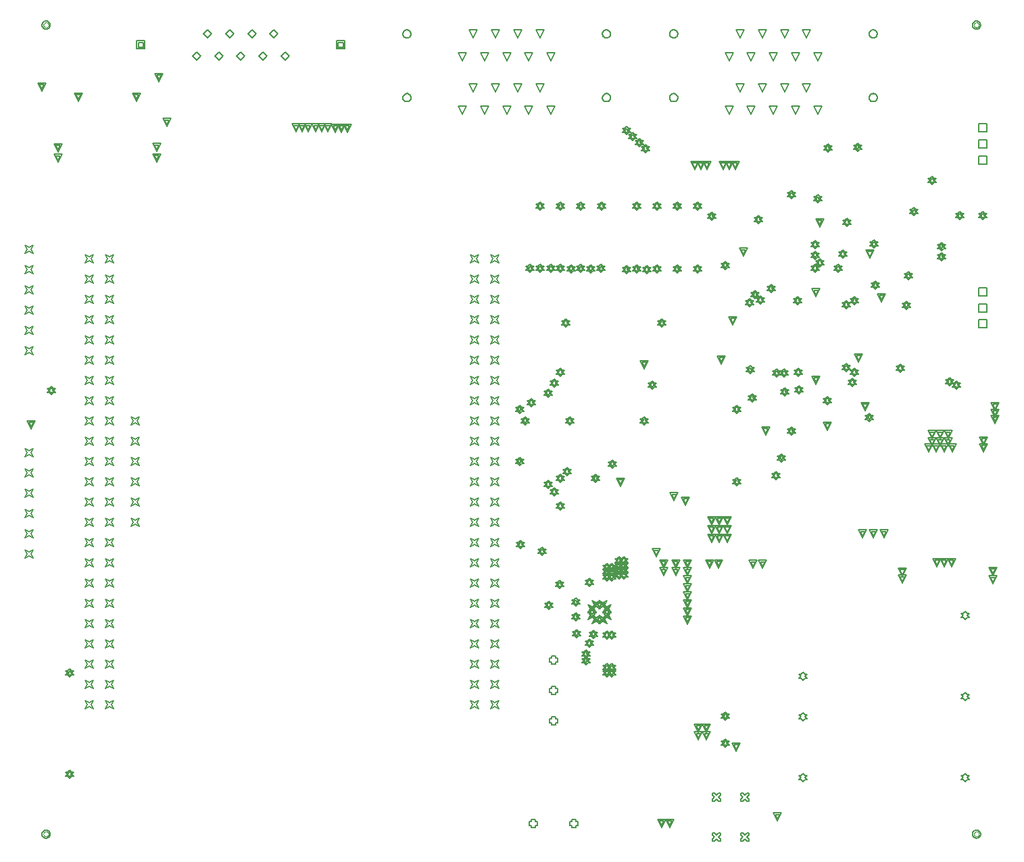
<source format=gbr>
%FSTAX23Y23*%
%MOIN*%
%SFA1B1*%

%IPPOS*%
%ADD94C,0.005000*%
%ADD151C,0.006667*%
%ADD152C,0.004000*%
%LNhardwarecontrollerpcb_drawing_1-1*%
%LPD*%
G54D94*
X04741Y02796D02*
Y02836D01*
X04781*
Y02796*
X04741*
Y02718D02*
Y02758D01*
X04781*
Y02718*
X04741*
Y02639D02*
Y02679D01*
X04781*
Y02639*
X04741*
Y03605D02*
Y03645D01*
X04781*
Y03605*
X04741*
Y03527D02*
Y03567D01*
X04781*
Y03527*
X04741*
Y03448D02*
Y03488D01*
X04781*
Y03448*
X04741*
X03892Y0407D02*
X03872Y0411D01*
X03912*
X03892Y0407*
X03783D02*
X03763Y0411D01*
X03803*
X03783Y0407*
X03674D02*
X03654Y0411D01*
X03694*
X03674Y0407*
X03565D02*
X03545Y0411D01*
X03585*
X03565Y0407*
X03946Y03958D02*
X03926Y03998D01*
X03966*
X03946Y03958*
X03837D02*
X03817Y03998D01*
X03857*
X03837Y03958*
X03728D02*
X03708Y03998D01*
X03748*
X03728Y03958*
X03619D02*
X03599Y03998D01*
X03639*
X03619Y03958*
X0351D02*
X0349Y03998D01*
X0353*
X0351Y03958*
Y03692D02*
X0349Y03732D01*
X0353*
X0351Y03692*
X03619D02*
X03599Y03732D01*
X03639*
X03619Y03692*
X03728D02*
X03708Y03732D01*
X03748*
X03728Y03692*
X03837D02*
X03817Y03732D01*
X03857*
X03837Y03692*
X03946D02*
X03926Y03732D01*
X03966*
X03946Y03692*
X03565Y03804D02*
X03545Y03844D01*
X03585*
X03565Y03804*
X03674D02*
X03654Y03844D01*
X03694*
X03674Y03804*
X03783D02*
X03763Y03844D01*
X03803*
X03783Y03804*
X03892D02*
X03872Y03844D01*
X03912*
X03892Y03804*
X04675Y004D02*
X04685Y0041D01*
X04695*
X04685Y0042*
X04695Y0043*
X04685*
X04675Y0044*
X04665Y0043*
X04655*
X04665Y0042*
X04655Y0041*
X04665*
X04675Y004*
Y008D02*
X04685Y0081D01*
X04695*
X04685Y0082*
X04695Y0083*
X04685*
X04675Y0084*
X04665Y0083*
X04655*
X04665Y0082*
X04655Y0081*
X04665*
X04675Y008*
Y012D02*
X04685Y0121D01*
X04695*
X04685Y0122*
X04695Y0123*
X04685*
X04675Y0124*
X04665Y0123*
X04655*
X04665Y0122*
X04655Y0121*
X04665*
X04675Y012*
X03875Y004D02*
X03885Y0041D01*
X03895*
X03885Y0042*
X03895Y0043*
X03885*
X03875Y0044*
X03865Y0043*
X03855*
X03865Y0042*
X03855Y0041*
X03865*
X03875Y004*
Y007D02*
X03885Y0071D01*
X03895*
X03885Y0072*
X03895Y0073*
X03885*
X03875Y0074*
X03865Y0073*
X03855*
X03865Y0072*
X03855Y0071*
X03865*
X03875Y007*
Y009D02*
X03885Y0091D01*
X03895*
X03885Y0092*
X03895Y0093*
X03885*
X03875Y0094*
X03865Y0093*
X03855*
X03865Y0092*
X03855Y0091*
X03865*
X03875Y009*
X02235Y00761D02*
X02245Y00781D01*
X02235Y00801*
X02255Y00791*
X02275Y00801*
X02265Y00781*
X02275Y00761*
X02255Y00771*
X02235Y00761*
X02335D02*
X02345Y00781D01*
X02335Y00801*
X02355Y00791*
X02375Y00801*
X02365Y00781*
X02375Y00761*
X02355Y00771*
X02335Y00761*
X02235Y00861D02*
X02245Y00881D01*
X02235Y00901*
X02255Y00891*
X02275Y00901*
X02265Y00881*
X02275Y00861*
X02255Y00871*
X02235Y00861*
X02335D02*
X02345Y00881D01*
X02335Y00901*
X02355Y00891*
X02375Y00901*
X02365Y00881*
X02375Y00861*
X02355Y00871*
X02335Y00861*
X02235Y00961D02*
X02245Y00981D01*
X02235Y01001*
X02255Y00991*
X02275Y01001*
X02265Y00981*
X02275Y00961*
X02255Y00971*
X02235Y00961*
X02335D02*
X02345Y00981D01*
X02335Y01001*
X02355Y00991*
X02375Y01001*
X02365Y00981*
X02375Y00961*
X02355Y00971*
X02335Y00961*
X02235Y01061D02*
X02245Y01081D01*
X02235Y01101*
X02255Y01091*
X02275Y01101*
X02265Y01081*
X02275Y01061*
X02255Y01071*
X02235Y01061*
X02335D02*
X02345Y01081D01*
X02335Y01101*
X02355Y01091*
X02375Y01101*
X02365Y01081*
X02375Y01061*
X02355Y01071*
X02335Y01061*
X02235Y01161D02*
X02245Y01181D01*
X02235Y01201*
X02255Y01191*
X02275Y01201*
X02265Y01181*
X02275Y01161*
X02255Y01171*
X02235Y01161*
X02335D02*
X02345Y01181D01*
X02335Y01201*
X02355Y01191*
X02375Y01201*
X02365Y01181*
X02375Y01161*
X02355Y01171*
X02335Y01161*
X02235Y01261D02*
X02245Y01281D01*
X02235Y01301*
X02255Y01291*
X02275Y01301*
X02265Y01281*
X02275Y01261*
X02255Y01271*
X02235Y01261*
X02335D02*
X02345Y01281D01*
X02335Y01301*
X02355Y01291*
X02375Y01301*
X02365Y01281*
X02375Y01261*
X02355Y01271*
X02335Y01261*
X02235Y01361D02*
X02245Y01381D01*
X02235Y01401*
X02255Y01391*
X02275Y01401*
X02265Y01381*
X02275Y01361*
X02255Y01371*
X02235Y01361*
X02335D02*
X02345Y01381D01*
X02335Y01401*
X02355Y01391*
X02375Y01401*
X02365Y01381*
X02375Y01361*
X02355Y01371*
X02335Y01361*
X02235Y01461D02*
X02245Y01481D01*
X02235Y01501*
X02255Y01491*
X02275Y01501*
X02265Y01481*
X02275Y01461*
X02255Y01471*
X02235Y01461*
X02335D02*
X02345Y01481D01*
X02335Y01501*
X02355Y01491*
X02375Y01501*
X02365Y01481*
X02375Y01461*
X02355Y01471*
X02335Y01461*
X02235Y01561D02*
X02245Y01581D01*
X02235Y01601*
X02255Y01591*
X02275Y01601*
X02265Y01581*
X02275Y01561*
X02255Y01571*
X02235Y01561*
X02335D02*
X02345Y01581D01*
X02335Y01601*
X02355Y01591*
X02375Y01601*
X02365Y01581*
X02375Y01561*
X02355Y01571*
X02335Y01561*
X02235Y01661D02*
X02245Y01681D01*
X02235Y01701*
X02255Y01691*
X02275Y01701*
X02265Y01681*
X02275Y01661*
X02255Y01671*
X02235Y01661*
X02335D02*
X02345Y01681D01*
X02335Y01701*
X02355Y01691*
X02375Y01701*
X02365Y01681*
X02375Y01661*
X02355Y01671*
X02335Y01661*
X02235Y01761D02*
X02245Y01781D01*
X02235Y01801*
X02255Y01791*
X02275Y01801*
X02265Y01781*
X02275Y01761*
X02255Y01771*
X02235Y01761*
X02335D02*
X02345Y01781D01*
X02335Y01801*
X02355Y01791*
X02375Y01801*
X02365Y01781*
X02375Y01761*
X02355Y01771*
X02335Y01761*
X02235Y01861D02*
X02245Y01881D01*
X02235Y01901*
X02255Y01891*
X02275Y01901*
X02265Y01881*
X02275Y01861*
X02255Y01871*
X02235Y01861*
X02335D02*
X02345Y01881D01*
X02335Y01901*
X02355Y01891*
X02375Y01901*
X02365Y01881*
X02375Y01861*
X02355Y01871*
X02335Y01861*
X02235Y01961D02*
X02245Y01981D01*
X02235Y02001*
X02255Y01991*
X02275Y02001*
X02265Y01981*
X02275Y01961*
X02255Y01971*
X02235Y01961*
X02335D02*
X02345Y01981D01*
X02335Y02001*
X02355Y01991*
X02375Y02001*
X02365Y01981*
X02375Y01961*
X02355Y01971*
X02335Y01961*
X02235Y02061D02*
X02245Y02081D01*
X02235Y02101*
X02255Y02091*
X02275Y02101*
X02265Y02081*
X02275Y02061*
X02255Y02071*
X02235Y02061*
X02335D02*
X02345Y02081D01*
X02335Y02101*
X02355Y02091*
X02375Y02101*
X02365Y02081*
X02375Y02061*
X02355Y02071*
X02335Y02061*
X02235Y02161D02*
X02245Y02181D01*
X02235Y02201*
X02255Y02191*
X02275Y02201*
X02265Y02181*
X02275Y02161*
X02255Y02171*
X02235Y02161*
X02335D02*
X02345Y02181D01*
X02335Y02201*
X02355Y02191*
X02375Y02201*
X02365Y02181*
X02375Y02161*
X02355Y02171*
X02335Y02161*
X02235Y02261D02*
X02245Y02281D01*
X02235Y02301*
X02255Y02291*
X02275Y02301*
X02265Y02281*
X02275Y02261*
X02255Y02271*
X02235Y02261*
X02335D02*
X02345Y02281D01*
X02335Y02301*
X02355Y02291*
X02375Y02301*
X02365Y02281*
X02375Y02261*
X02355Y02271*
X02335Y02261*
X02235Y02361D02*
X02245Y02381D01*
X02235Y02401*
X02255Y02391*
X02275Y02401*
X02265Y02381*
X02275Y02361*
X02255Y02371*
X02235Y02361*
X02335D02*
X02345Y02381D01*
X02335Y02401*
X02355Y02391*
X02375Y02401*
X02365Y02381*
X02375Y02361*
X02355Y02371*
X02335Y02361*
X02235Y02461D02*
X02245Y02481D01*
X02235Y02501*
X02255Y02491*
X02275Y02501*
X02265Y02481*
X02275Y02461*
X02255Y02471*
X02235Y02461*
X02335D02*
X02345Y02481D01*
X02335Y02501*
X02355Y02491*
X02375Y02501*
X02365Y02481*
X02375Y02461*
X02355Y02471*
X02335Y02461*
X02235Y02561D02*
X02245Y02581D01*
X02235Y02601*
X02255Y02591*
X02275Y02601*
X02265Y02581*
X02275Y02561*
X02255Y02571*
X02235Y02561*
X02335D02*
X02345Y02581D01*
X02335Y02601*
X02355Y02591*
X02375Y02601*
X02365Y02581*
X02375Y02561*
X02355Y02571*
X02335Y02561*
X02235Y02661D02*
X02245Y02681D01*
X02235Y02701*
X02255Y02691*
X02275Y02701*
X02265Y02681*
X02275Y02661*
X02255Y02671*
X02235Y02661*
X02335D02*
X02345Y02681D01*
X02335Y02701*
X02355Y02691*
X02375Y02701*
X02365Y02681*
X02375Y02661*
X02355Y02671*
X02335Y02661*
X02235Y02761D02*
X02245Y02781D01*
X02235Y02801*
X02255Y02791*
X02275Y02801*
X02265Y02781*
X02275Y02761*
X02255Y02771*
X02235Y02761*
X02335D02*
X02345Y02781D01*
X02335Y02801*
X02355Y02791*
X02375Y02801*
X02365Y02781*
X02375Y02761*
X02355Y02771*
X02335Y02761*
X02235Y02861D02*
X02245Y02881D01*
X02235Y02901*
X02255Y02891*
X02275Y02901*
X02265Y02881*
X02275Y02861*
X02255Y02871*
X02235Y02861*
X02335D02*
X02345Y02881D01*
X02335Y02901*
X02355Y02891*
X02375Y02901*
X02365Y02881*
X02375Y02861*
X02355Y02871*
X02335Y02861*
X02235Y02961D02*
X02245Y02981D01*
X02235Y03001*
X02255Y02991*
X02275Y03001*
X02265Y02981*
X02275Y02961*
X02255Y02971*
X02235Y02961*
X02335D02*
X02345Y02981D01*
X02335Y03001*
X02355Y02991*
X02375Y03001*
X02365Y02981*
X02375Y02961*
X02355Y02971*
X02335Y02961*
X00335Y00761D02*
X00345Y00781D01*
X00335Y00801*
X00355Y00791*
X00375Y00801*
X00365Y00781*
X00375Y00761*
X00355Y00771*
X00335Y00761*
X00435D02*
X00445Y00781D01*
X00435Y00801*
X00455Y00791*
X00475Y00801*
X00465Y00781*
X00475Y00761*
X00455Y00771*
X00435Y00761*
X00335Y00861D02*
X00345Y00881D01*
X00335Y00901*
X00355Y00891*
X00375Y00901*
X00365Y00881*
X00375Y00861*
X00355Y00871*
X00335Y00861*
X00435D02*
X00445Y00881D01*
X00435Y00901*
X00455Y00891*
X00475Y00901*
X00465Y00881*
X00475Y00861*
X00455Y00871*
X00435Y00861*
X00335Y00961D02*
X00345Y00981D01*
X00335Y01001*
X00355Y00991*
X00375Y01001*
X00365Y00981*
X00375Y00961*
X00355Y00971*
X00335Y00961*
X00435D02*
X00445Y00981D01*
X00435Y01001*
X00455Y00991*
X00475Y01001*
X00465Y00981*
X00475Y00961*
X00455Y00971*
X00435Y00961*
X00335Y01061D02*
X00345Y01081D01*
X00335Y01101*
X00355Y01091*
X00375Y01101*
X00365Y01081*
X00375Y01061*
X00355Y01071*
X00335Y01061*
X00435D02*
X00445Y01081D01*
X00435Y01101*
X00455Y01091*
X00475Y01101*
X00465Y01081*
X00475Y01061*
X00455Y01071*
X00435Y01061*
X00335Y01161D02*
X00345Y01181D01*
X00335Y01201*
X00355Y01191*
X00375Y01201*
X00365Y01181*
X00375Y01161*
X00355Y01171*
X00335Y01161*
X00435D02*
X00445Y01181D01*
X00435Y01201*
X00455Y01191*
X00475Y01201*
X00465Y01181*
X00475Y01161*
X00455Y01171*
X00435Y01161*
X00335Y01261D02*
X00345Y01281D01*
X00335Y01301*
X00355Y01291*
X00375Y01301*
X00365Y01281*
X00375Y01261*
X00355Y01271*
X00335Y01261*
X00435D02*
X00445Y01281D01*
X00435Y01301*
X00455Y01291*
X00475Y01301*
X00465Y01281*
X00475Y01261*
X00455Y01271*
X00435Y01261*
X00335Y01361D02*
X00345Y01381D01*
X00335Y01401*
X00355Y01391*
X00375Y01401*
X00365Y01381*
X00375Y01361*
X00355Y01371*
X00335Y01361*
X00435D02*
X00445Y01381D01*
X00435Y01401*
X00455Y01391*
X00475Y01401*
X00465Y01381*
X00475Y01361*
X00455Y01371*
X00435Y01361*
X00335Y01461D02*
X00345Y01481D01*
X00335Y01501*
X00355Y01491*
X00375Y01501*
X00365Y01481*
X00375Y01461*
X00355Y01471*
X00335Y01461*
X00435D02*
X00445Y01481D01*
X00435Y01501*
X00455Y01491*
X00475Y01501*
X00465Y01481*
X00475Y01461*
X00455Y01471*
X00435Y01461*
X00335Y01561D02*
X00345Y01581D01*
X00335Y01601*
X00355Y01591*
X00375Y01601*
X00365Y01581*
X00375Y01561*
X00355Y01571*
X00335Y01561*
X00435D02*
X00445Y01581D01*
X00435Y01601*
X00455Y01591*
X00475Y01601*
X00465Y01581*
X00475Y01561*
X00455Y01571*
X00435Y01561*
X00335Y01661D02*
X00345Y01681D01*
X00335Y01701*
X00355Y01691*
X00375Y01701*
X00365Y01681*
X00375Y01661*
X00355Y01671*
X00335Y01661*
X00435D02*
X00445Y01681D01*
X00435Y01701*
X00455Y01691*
X00475Y01701*
X00465Y01681*
X00475Y01661*
X00455Y01671*
X00435Y01661*
X00335Y01761D02*
X00345Y01781D01*
X00335Y01801*
X00355Y01791*
X00375Y01801*
X00365Y01781*
X00375Y01761*
X00355Y01771*
X00335Y01761*
X00435D02*
X00445Y01781D01*
X00435Y01801*
X00455Y01791*
X00475Y01801*
X00465Y01781*
X00475Y01761*
X00455Y01771*
X00435Y01761*
X00335Y01861D02*
X00345Y01881D01*
X00335Y01901*
X00355Y01891*
X00375Y01901*
X00365Y01881*
X00375Y01861*
X00355Y01871*
X00335Y01861*
X00435D02*
X00445Y01881D01*
X00435Y01901*
X00455Y01891*
X00475Y01901*
X00465Y01881*
X00475Y01861*
X00455Y01871*
X00435Y01861*
X00335Y01961D02*
X00345Y01981D01*
X00335Y02001*
X00355Y01991*
X00375Y02001*
X00365Y01981*
X00375Y01961*
X00355Y01971*
X00335Y01961*
X00435D02*
X00445Y01981D01*
X00435Y02001*
X00455Y01991*
X00475Y02001*
X00465Y01981*
X00475Y01961*
X00455Y01971*
X00435Y01961*
X00335Y02061D02*
X00345Y02081D01*
X00335Y02101*
X00355Y02091*
X00375Y02101*
X00365Y02081*
X00375Y02061*
X00355Y02071*
X00335Y02061*
X00435D02*
X00445Y02081D01*
X00435Y02101*
X00455Y02091*
X00475Y02101*
X00465Y02081*
X00475Y02061*
X00455Y02071*
X00435Y02061*
X00335Y02161D02*
X00345Y02181D01*
X00335Y02201*
X00355Y02191*
X00375Y02201*
X00365Y02181*
X00375Y02161*
X00355Y02171*
X00335Y02161*
X00435D02*
X00445Y02181D01*
X00435Y02201*
X00455Y02191*
X00475Y02201*
X00465Y02181*
X00475Y02161*
X00455Y02171*
X00435Y02161*
X00335Y02261D02*
X00345Y02281D01*
X00335Y02301*
X00355Y02291*
X00375Y02301*
X00365Y02281*
X00375Y02261*
X00355Y02271*
X00335Y02261*
X00435D02*
X00445Y02281D01*
X00435Y02301*
X00455Y02291*
X00475Y02301*
X00465Y02281*
X00475Y02261*
X00455Y02271*
X00435Y02261*
X00335Y02361D02*
X00345Y02381D01*
X00335Y02401*
X00355Y02391*
X00375Y02401*
X00365Y02381*
X00375Y02361*
X00355Y02371*
X00335Y02361*
X00435D02*
X00445Y02381D01*
X00435Y02401*
X00455Y02391*
X00475Y02401*
X00465Y02381*
X00475Y02361*
X00455Y02371*
X00435Y02361*
X00335Y02461D02*
X00345Y02481D01*
X00335Y02501*
X00355Y02491*
X00375Y02501*
X00365Y02481*
X00375Y02461*
X00355Y02471*
X00335Y02461*
X00435D02*
X00445Y02481D01*
X00435Y02501*
X00455Y02491*
X00475Y02501*
X00465Y02481*
X00475Y02461*
X00455Y02471*
X00435Y02461*
X00335Y02561D02*
X00345Y02581D01*
X00335Y02601*
X00355Y02591*
X00375Y02601*
X00365Y02581*
X00375Y02561*
X00355Y02571*
X00335Y02561*
X00435D02*
X00445Y02581D01*
X00435Y02601*
X00455Y02591*
X00475Y02601*
X00465Y02581*
X00475Y02561*
X00455Y02571*
X00435Y02561*
X00335Y02661D02*
X00345Y02681D01*
X00335Y02701*
X00355Y02691*
X00375Y02701*
X00365Y02681*
X00375Y02661*
X00355Y02671*
X00335Y02661*
X00435D02*
X00445Y02681D01*
X00435Y02701*
X00455Y02691*
X00475Y02701*
X00465Y02681*
X00475Y02661*
X00455Y02671*
X00435Y02661*
X00335Y02761D02*
X00345Y02781D01*
X00335Y02801*
X00355Y02791*
X00375Y02801*
X00365Y02781*
X00375Y02761*
X00355Y02771*
X00335Y02761*
X00435D02*
X00445Y02781D01*
X00435Y02801*
X00455Y02791*
X00475Y02801*
X00465Y02781*
X00475Y02761*
X00455Y02771*
X00435Y02761*
X00335Y02861D02*
X00345Y02881D01*
X00335Y02901*
X00355Y02891*
X00375Y02901*
X00365Y02881*
X00375Y02861*
X00355Y02871*
X00335Y02861*
X00435D02*
X00445Y02881D01*
X00435Y02901*
X00455Y02891*
X00475Y02901*
X00465Y02881*
X00475Y02861*
X00455Y02871*
X00435Y02861*
X00335Y02961D02*
X00345Y02981D01*
X00335Y03001*
X00355Y02991*
X00375Y03001*
X00365Y02981*
X00375Y02961*
X00355Y02971*
X00335Y02961*
X00435D02*
X00445Y02981D01*
X00435Y03001*
X00455Y02991*
X00475Y03001*
X00465Y02981*
X00475Y02961*
X00455Y02971*
X00435Y02961*
X0056Y01661D02*
X0057Y01681D01*
X0056Y01701*
X0058Y01691*
X006Y01701*
X0059Y01681*
X006Y01661*
X0058Y01671*
X0056Y01661*
Y01761D02*
X0057Y01781D01*
X0056Y01801*
X0058Y01791*
X006Y01801*
X0059Y01781*
X006Y01761*
X0058Y01771*
X0056Y01761*
Y01861D02*
X0057Y01881D01*
X0056Y01901*
X0058Y01891*
X006Y01901*
X0059Y01881*
X006Y01861*
X0058Y01871*
X0056Y01861*
Y01961D02*
X0057Y01981D01*
X0056Y02001*
X0058Y01991*
X006Y02001*
X0059Y01981*
X006Y01961*
X0058Y01971*
X0056Y01961*
Y02061D02*
X0057Y02081D01*
X0056Y02101*
X0058Y02091*
X006Y02101*
X0059Y02081*
X006Y02061*
X0058Y02071*
X0056Y02061*
Y02161D02*
X0057Y02181D01*
X0056Y02201*
X0058Y02191*
X006Y02201*
X0059Y02181*
X006Y02161*
X0058Y02171*
X0056Y02161*
X02533Y00182D02*
Y00172D01*
X02553*
Y00182*
X02563*
Y00202*
X02553*
Y00212*
X02533*
Y00202*
X02523*
Y00182*
X02533*
X02734D02*
Y00172D01*
X02754*
Y00182*
X02764*
Y00202*
X02754*
Y00212*
X02734*
Y00202*
X02724*
Y00182*
X02734*
X02633Y0069D02*
Y0068D01*
X02653*
Y0069*
X02663*
Y0071*
X02653*
Y0072*
X02633*
Y0071*
X02623*
Y0069*
X02633*
Y0084D02*
Y0083D01*
X02653*
Y0084*
X02663*
Y0086*
X02653*
Y0087*
X02633*
Y0086*
X02623*
Y0084*
X02633*
Y0099D02*
Y0098D01*
X02653*
Y0099*
X02663*
Y0101*
X02653*
Y0102*
X02633*
Y0101*
X02623*
Y0099*
X02633*
X00037Y02508D02*
X00047Y02528D01*
X00037Y02548*
X00057Y02538*
X00077Y02548*
X00067Y02528*
X00077Y02508*
X00057Y02518*
X00037Y02508*
Y02608D02*
X00047Y02628D01*
X00037Y02648*
X00057Y02638*
X00077Y02648*
X00067Y02628*
X00077Y02608*
X00057Y02618*
X00037Y02608*
Y02708D02*
X00047Y02728D01*
X00037Y02748*
X00057Y02738*
X00077Y02748*
X00067Y02728*
X00077Y02708*
X00057Y02718*
X00037Y02708*
X00037Y02808D02*
X00047Y02828D01*
X00037Y02848*
X00057Y02838*
X00077Y02848*
X00067Y02828*
X00077Y02808*
X00057Y02818*
X00037Y02808*
X00037Y02908D02*
X00047Y02928D01*
X00037Y02948*
X00057Y02938*
X00077Y02948*
X00067Y02928*
X00077Y02908*
X00057Y02918*
X00037Y02908*
Y03008D02*
X00047Y03028D01*
X00037Y03048*
X00057Y03038*
X00077Y03048*
X00067Y03028*
X00077Y03008*
X00057Y03018*
X00037Y03008*
X00037Y02003D02*
X00047Y02023D01*
X00037Y02043*
X00057Y02033*
X00077Y02043*
X00067Y02023*
X00077Y02003*
X00057Y02013*
X00037Y02003*
Y01903D02*
X00047Y01923D01*
X00037Y01943*
X00057Y01933*
X00077Y01943*
X00067Y01923*
X00077Y01903*
X00057Y01913*
X00037Y01903*
Y01803D02*
X00047Y01823D01*
X00037Y01843*
X00057Y01833*
X00077Y01843*
X00067Y01823*
X00077Y01803*
X00057Y01813*
X00037Y01803*
Y01603D02*
X00047Y01623D01*
X00037Y01643*
X00057Y01633*
X00077Y01643*
X00067Y01623*
X00077Y01603*
X00057Y01613*
X00037Y01603*
Y01503D02*
X00047Y01523D01*
X00037Y01543*
X00057Y01533*
X00077Y01543*
X00067Y01523*
X00077Y01503*
X00057Y01513*
X00037Y01503*
Y01703D02*
X00047Y01723D01*
X00037Y01743*
X00057Y01733*
X00077Y01743*
X00067Y01723*
X00077Y01703*
X00057Y01713*
X00037Y01703*
X03429Y00107D02*
X03439D01*
X03449Y00117*
X03459Y00107*
X03469*
Y00117*
X03459Y00127*
X03469Y00137*
Y00147*
X03459*
X03449Y00137*
X03439Y00147*
X03429*
Y00137*
X03439Y00127*
X03429Y00117*
Y00107*
X03566D02*
X03576D01*
X03586Y00117*
X03596Y00107*
X03606*
Y00117*
X03596Y00127*
X03606Y00137*
Y00147*
X03596*
X03586Y00137*
X03576Y00147*
X03566*
Y00137*
X03576Y00127*
X03566Y00117*
Y00107*
X03429Y00304D02*
X03439D01*
X03449Y00314*
X03459Y00304*
X03469*
Y00314*
X03459Y00324*
X03469Y00334*
Y00344*
X03459*
X03449Y00334*
X03439Y00344*
X03429*
Y00334*
X03439Y00324*
X03429Y00314*
Y00304*
X03566D02*
X03576D01*
X03586Y00314*
X03596Y00304*
X03606*
Y00314*
X03596Y00324*
X03606Y00334*
Y00344*
X03596*
X03586Y00334*
X03576Y00344*
X03566*
Y00334*
X03576Y00324*
X03566Y00314*
Y00304*
X02576Y03804D02*
X02556Y03844D01*
X02596*
X02576Y03804*
X02467D02*
X02447Y03844D01*
X02487*
X02467Y03804*
X02358D02*
X02338Y03844D01*
X02378*
X02358Y03804*
X02249D02*
X02229Y03844D01*
X02269*
X02249Y03804*
X02631Y03692D02*
X02611Y03732D01*
X02651*
X02631Y03692*
X02522D02*
X02502Y03732D01*
X02542*
X02522Y03692*
X02413D02*
X02393Y03732D01*
X02433*
X02413Y03692*
X02304D02*
X02284Y03732D01*
X02324*
X02304Y03692*
X02195D02*
X02175Y03732D01*
X02215*
X02195Y03692*
Y03958D02*
X02175Y03998D01*
X02215*
X02195Y03958*
X02304D02*
X02284Y03998D01*
X02324*
X02304Y03958*
X02413D02*
X02393Y03998D01*
X02433*
X02413Y03958*
X02522D02*
X02502Y03998D01*
X02542*
X02522Y03958*
X02631D02*
X02611Y03998D01*
X02651*
X02631Y03958*
X02249Y0407D02*
X02229Y0411D01*
X02269*
X02249Y0407*
X02358D02*
X02338Y0411D01*
X02378*
X02358Y0407*
X02467D02*
X02447Y0411D01*
X02487*
X02467Y0407*
X02576D02*
X02556Y0411D01*
X02596*
X02576Y0407*
X00863Y03979D02*
X00883Y03999D01*
X00903Y03979*
X00883Y03959*
X00863Y03979*
X00973D02*
X00993Y03999D01*
X01013Y03979*
X00993Y03959*
X00973Y03979*
X01082D02*
X01102Y03999D01*
X01122Y03979*
X01102Y03959*
X01082Y03979*
X01191D02*
X01211Y03999D01*
X01231Y03979*
X01211Y03959*
X01191Y03979*
X013D02*
X0132Y03999D01*
X0134Y03979*
X0132Y03959*
X013Y03979*
X00918Y04091D02*
X00938Y04111D01*
X00958Y04091*
X00938Y04071*
X00918Y04091*
X01027D02*
X01047Y04111D01*
X01067Y04091*
X01047Y04071*
X01027Y04091*
X01136D02*
X01156Y04111D01*
X01176Y04091*
X01156Y04071*
X01136Y04091*
X01245D02*
X01265Y04111D01*
X01285Y04091*
X01265Y04071*
X01245Y04091*
X01574Y04015D02*
Y04055D01*
X01614*
Y04015*
X01574*
X01582Y04023D02*
Y04047D01*
X01606*
Y04023*
X01582*
X00589Y04015D02*
Y04055D01*
X00629*
Y04015*
X00589*
X00597Y04023D02*
Y04047D01*
X00621*
Y04023*
X00597*
X00068Y02141D02*
X00048Y02181D01*
X00088*
X00068Y02141*
Y02149D02*
X00056Y02173D01*
X0008*
X00068Y02149*
X03098Y03503D02*
X03108Y03513D01*
X03118*
X03108Y03523*
X03118Y03533*
X03108*
X03098Y03543*
X03088Y03533*
X03078*
X03088Y03523*
X03078Y03513*
X03088*
X03098Y03503*
Y03511D02*
X03104Y03517D01*
X0311*
X03104Y03523*
X0311Y03529*
X03104*
X03098Y03535*
X03092Y03529*
X03086*
X03092Y03523*
X03086Y03517*
X03092*
X03098Y03511*
X03066Y03533D02*
X03076Y03543D01*
X03086*
X03076Y03553*
X03086Y03563*
X03076*
X03066Y03573*
X03056Y03563*
X03046*
X03056Y03553*
X03046Y03543*
X03056*
X03066Y03533*
Y03541D02*
X03072Y03547D01*
X03078*
X03072Y03553*
X03078Y03559*
X03072*
X03066Y03565*
X0306Y03559*
X03054*
X0306Y03553*
X03054Y03547*
X0306*
X03066Y03541*
X03035Y03562D02*
X03045Y03572D01*
X03055*
X03045Y03582*
X03055Y03592*
X03045*
X03035Y03602*
X03025Y03592*
X03015*
X03025Y03582*
X03015Y03572*
X03025*
X03035Y03562*
Y0357D02*
X03041Y03576D01*
X03047*
X03041Y03582*
X03047Y03588*
X03041*
X03035Y03594*
X03029Y03588*
X03023*
X03029Y03582*
X03023Y03576*
X03029*
X03035Y0357*
X03003Y03592D02*
X03013Y03602D01*
X03023*
X03013Y03612*
X03023Y03622*
X03013*
X03003Y03632*
X02993Y03622*
X02983*
X02993Y03612*
X02983Y03602*
X02993*
X03003Y03592*
Y036D02*
X03009Y03606D01*
X03015*
X03009Y03612*
X03015Y03618*
X03009*
X03003Y03624*
X02997Y03618*
X02991*
X02997Y03612*
X02991Y03606*
X02997*
X03003Y036*
X02704Y02643D02*
X02714Y02653D01*
X02724*
X02714Y02663*
X02724Y02673*
X02714*
X02704Y02683*
X02694Y02673*
X02684*
X02694Y02663*
X02684Y02653*
X02694*
X02704Y02643*
Y02651D02*
X0271Y02657D01*
X02716*
X0271Y02663*
X02716Y02669*
X0271*
X02704Y02675*
X02698Y02669*
X02692*
X02698Y02663*
X02692Y02657*
X02698*
X02704Y02651*
X02834Y01181D02*
X02844Y01201D01*
X02834Y01221*
X02854Y01211*
X02874Y01221*
X02864Y01201*
X02874Y01181*
X02854Y01191*
X02834Y01181*
X02842Y01189D02*
X02848Y01201D01*
X02842Y01213*
X02854Y01207*
X02866Y01213*
X0286Y01201*
X02866Y01189*
X02854Y01195*
X02842Y01189*
X02815Y012D02*
X02825Y0122D01*
X02815Y0124*
X02835Y0123*
X02855Y0124*
X02845Y0122*
X02855Y012*
X02835Y0121*
X02815Y012*
X02823Y01208D02*
X02829Y0122D01*
X02823Y01232*
X02835Y01226*
X02847Y01232*
X02841Y0122*
X02847Y01208*
X02835Y01214*
X02823Y01208*
X02834Y01252D02*
X02844Y01272D01*
X02834Y01292*
X02854Y01282*
X02874Y01292*
X02864Y01272*
X02874Y01252*
X02854Y01262*
X02834Y01252*
X02842Y0126D02*
X02848Y01272D01*
X02842Y01284*
X02854Y01278*
X02866Y01284*
X0286Y01272*
X02866Y0126*
X02854Y01266*
X02842Y0126*
X02867Y01181D02*
X02877Y01201D01*
X02867Y01221*
X02887Y01211*
X02907Y01221*
X02897Y01201*
X02907Y01181*
X02887Y01191*
X02867Y01181*
X02875Y01189D02*
X02881Y01201D01*
X02875Y01213*
X02887Y01207*
X02899Y01213*
X02893Y01201*
X02899Y01189*
X02887Y01195*
X02875Y01189*
X02886Y012D02*
X02896Y0122D01*
X02886Y0124*
X02906Y0123*
X02926Y0124*
X02916Y0122*
X02926Y012*
X02906Y0121*
X02886Y012*
X02894Y01208D02*
X029Y0122D01*
X02894Y01232*
X02906Y01226*
X02918Y01232*
X02912Y0122*
X02918Y01208*
X02906Y01214*
X02894Y01208*
X02886Y01234D02*
X02896Y01254D01*
X02886Y01274*
X02906Y01264*
X02926Y01274*
X02916Y01254*
X02926Y01234*
X02906Y01244*
X02886Y01234*
X02894Y01242D02*
X029Y01254D01*
X02894Y01266*
X02906Y0126*
X02918Y01266*
X02912Y01254*
X02918Y01242*
X02906Y01248*
X02894Y01242*
X02867Y01252D02*
X02877Y01272D01*
X02867Y01292*
X02887Y01282*
X02907Y01292*
X02897Y01272*
X02907Y01252*
X02887Y01262*
X02867Y01252*
X02875Y0126D02*
X02881Y01272D01*
X02875Y01284*
X02887Y01278*
X02899Y01284*
X02893Y01272*
X02899Y0126*
X02887Y01266*
X02875Y0126*
X02815Y01234D02*
X02825Y01254D01*
X02815Y01274*
X02835Y01264*
X02855Y01274*
X02845Y01254*
X02855Y01234*
X02835Y01244*
X02815Y01234*
X02823Y01242D02*
X02829Y01254D01*
X02823Y01266*
X02835Y0126*
X02847Y01266*
X02841Y01254*
X02847Y01242*
X02835Y01248*
X02823Y01242*
X04273Y01602D02*
X04253Y01642D01*
X04293*
X04273Y01602*
Y0161D02*
X04261Y01634D01*
X04285*
X04273Y0161*
X04222Y01602D02*
X04202Y01642D01*
X04242*
X04222Y01602*
Y0161D02*
X0421Y01634D01*
X04234*
X04222Y0161*
X04169Y01602D02*
X04149Y01642D01*
X04189*
X04169Y01602*
Y0161D02*
X04157Y01634D01*
X04181*
X04169Y0161*
X02677Y01739D02*
X02687Y01749D01*
X02697*
X02687Y01759*
X02697Y01769*
X02687*
X02677Y01779*
X02667Y01769*
X02657*
X02667Y01759*
X02657Y01749*
X02667*
X02677Y01739*
Y01747D02*
X02683Y01753D01*
X02689*
X02683Y01759*
X02689Y01765*
X02683*
X02677Y01771*
X02671Y01765*
X02665*
X02671Y01759*
X02665Y01753*
X02671*
X02677Y01747*
X03053Y02909D02*
X03063Y02919D01*
X03073*
X03063Y02929*
X03073Y02939*
X03063*
X03053Y02949*
X03043Y02939*
X03033*
X03043Y02929*
X03033Y02919*
X03043*
X03053Y02909*
Y02917D02*
X03059Y02923D01*
X03065*
X03059Y02929*
X03065Y02935*
X03059*
X03053Y02941*
X03047Y02935*
X03041*
X03047Y02929*
X03041Y02923*
X03047*
X03053Y02917*
X03104Y02907D02*
X03114Y02917D01*
X03124*
X03114Y02927*
X03124Y02937*
X03114*
X03104Y02947*
X03094Y02937*
X03084*
X03094Y02927*
X03084Y02917*
X03094*
X03104Y02907*
Y02915D02*
X0311Y02921D01*
X03116*
X0311Y02927*
X03116Y02933*
X0311*
X03104Y02939*
X03098Y02933*
X03092*
X03098Y02927*
X03092Y02921*
X03098*
X03104Y02915*
X03003Y02907D02*
X03013Y02917D01*
X03023*
X03013Y02927*
X03023Y02937*
X03013*
X03003Y02947*
X02993Y02937*
X02983*
X02993Y02927*
X02983Y02917*
X02993*
X03003Y02907*
Y02915D02*
X03009Y02921D01*
X03015*
X03009Y02927*
X03015Y02933*
X03009*
X03003Y02939*
X02997Y02933*
X02991*
X02997Y02927*
X02991Y02921*
X02997*
X03003Y02915*
X0273Y02911D02*
X0274Y02921D01*
X0275*
X0274Y02931*
X0275Y02941*
X0274*
X0273Y02951*
X0272Y02941*
X0271*
X0272Y02931*
X0271Y02921*
X0272*
X0273Y02911*
Y02919D02*
X02736Y02925D01*
X02742*
X02736Y02931*
X02742Y02937*
X02736*
X0273Y02943*
X02724Y02937*
X02718*
X02724Y02931*
X02718Y02925*
X02724*
X0273Y02919*
X02828Y02911D02*
X02838Y02921D01*
X02848*
X02838Y02931*
X02848Y02941*
X02838*
X02828Y02951*
X02818Y02941*
X02808*
X02818Y02931*
X02808Y02921*
X02818*
X02828Y02911*
Y02919D02*
X02834Y02925D01*
X0284*
X02834Y02931*
X0284Y02937*
X02834*
X02828Y02943*
X02822Y02937*
X02816*
X02822Y02931*
X02816Y02925*
X02822*
X02828Y02919*
X00259Y00915D02*
X00269Y00925D01*
X00279*
X00269Y00935*
X00279Y00945*
X00269*
X00259Y00955*
X00249Y00945*
X00239*
X00249Y00935*
X00239Y00925*
X00249*
X00259Y00915*
Y00923D02*
X00265Y00929D01*
X00271*
X00265Y00935*
X00271Y00941*
X00265*
X00259Y00947*
X00253Y00941*
X00247*
X00253Y00935*
X00247Y00929*
X00253*
X00259Y00923*
X00257Y00417D02*
X00267Y00427D01*
X00277*
X00267Y00437*
X00277Y00447*
X00267*
X00257Y00457*
X00247Y00447*
X00237*
X00247Y00437*
X00237Y00427*
X00247*
X00257Y00417*
Y00425D02*
X00263Y00431D01*
X00269*
X00263Y00437*
X00269Y00443*
X00263*
X00257Y00449*
X00251Y00443*
X00245*
X00251Y00437*
X00245Y00431*
X00251*
X00257Y00425*
X03492Y00704D02*
X03502Y00714D01*
X03512*
X03502Y00724*
X03512Y00734*
X03502*
X03492Y00744*
X03482Y00734*
X03472*
X03482Y00724*
X03472Y00714*
X03482*
X03492Y00704*
Y00712D02*
X03498Y00718D01*
X03504*
X03498Y00724*
X03504Y0073*
X03498*
X03492Y00736*
X03486Y0073*
X0348*
X03486Y00724*
X0348Y00718*
X03486*
X03492Y00712*
X03545Y0055D02*
X03525Y0059D01*
X03565*
X03545Y0055*
Y00558D02*
X03533Y00582D01*
X03557*
X03545Y00558*
X0012Y03808D02*
X001Y03848D01*
X0014*
X0012Y03808*
Y03816D02*
X00108Y0384D01*
X00132*
X0012Y03816*
X00167Y0231D02*
X00177Y0232D01*
X00187*
X00177Y0233*
X00187Y0234*
X00177*
X00167Y0235*
X00157Y0234*
X00147*
X00157Y0233*
X00147Y0232*
X00157*
X00167Y0231*
Y02318D02*
X00173Y02324D01*
X00179*
X00173Y0233*
X00179Y02336*
X00173*
X00167Y02342*
X00161Y02336*
X00155*
X00161Y0233*
X00155Y02324*
X00161*
X00167Y02318*
X04631Y02336D02*
X04641Y02346D01*
X04651*
X04641Y02356*
X04651Y02366*
X04641*
X04631Y02376*
X04621Y02366*
X04611*
X04621Y02356*
X04611Y02346*
X04621*
X04631Y02336*
Y02344D02*
X04637Y0235D01*
X04643*
X04637Y02356*
X04643Y02362*
X04637*
X04631Y02368*
X04625Y02362*
X04619*
X04625Y02356*
X04619Y0235*
X04625*
X04631Y02344*
X04598Y02354D02*
X04608Y02364D01*
X04618*
X04608Y02374*
X04618Y02384*
X04608*
X04598Y02394*
X04588Y02384*
X04578*
X04588Y02374*
X04578Y02364*
X04588*
X04598Y02354*
Y02362D02*
X04604Y02368D01*
X0461*
X04604Y02374*
X0461Y0238*
X04604*
X04598Y02386*
X04592Y0238*
X04586*
X04592Y02374*
X04586Y02368*
X04592*
X04598Y02362*
X03472Y02461D02*
X03452Y02501D01*
X03492*
X03472Y02461*
Y02469D02*
X0346Y02493D01*
X03484*
X03472Y02469*
X04202Y02178D02*
X04212Y02188D01*
X04222*
X04212Y02198*
X04222Y02208*
X04212*
X04202Y02218*
X04192Y02208*
X04182*
X04192Y02198*
X04182Y02188*
X04192*
X04202Y02178*
Y02186D02*
X04208Y02192D01*
X04214*
X04208Y02198*
X04214Y02204*
X04208*
X04202Y0221*
X04196Y02204*
X0419*
X04196Y02198*
X0419Y02192*
X04196*
X04202Y02186*
X04181Y02231D02*
X04161Y02271D01*
X04201*
X04181Y02231*
Y02239D02*
X04169Y02263D01*
X04193*
X04181Y02239*
X03549Y01859D02*
X03559Y01869D01*
X03569*
X03559Y01879*
X03569Y01889*
X03559*
X03549Y01899*
X03539Y01889*
X03529*
X03539Y01879*
X03529Y01869*
X03539*
X03549Y01859*
Y01867D02*
X03555Y01873D01*
X03561*
X03555Y01879*
X03561Y01885*
X03555*
X03549Y01891*
X03543Y01885*
X03537*
X03543Y01879*
X03537Y01873*
X03543*
X03549Y01867*
X0374Y01889D02*
X0375Y01899D01*
X0376*
X0375Y01909*
X0376Y01919*
X0375*
X0374Y01929*
X0373Y01919*
X0372*
X0373Y01909*
X0372Y01899*
X0373*
X0374Y01889*
Y01897D02*
X03746Y01903D01*
X03752*
X03746Y01909*
X03752Y01915*
X03746*
X0374Y01921*
X03734Y01915*
X03728*
X03734Y01909*
X03728Y01903*
X03734*
X0374Y01897*
X04117Y02349D02*
X04127Y02359D01*
X04137*
X04127Y02369*
X04137Y02379*
X04127*
X04117Y02389*
X04107Y02379*
X04097*
X04107Y02369*
X04097Y02359*
X04107*
X04117Y02349*
Y02357D02*
X04123Y02363D01*
X04129*
X04123Y02369*
X04129Y02375*
X04123*
X04117Y02381*
X04111Y02375*
X04105*
X04111Y02369*
X04105Y02363*
X04111*
X04117Y02357*
X04149Y0247D02*
X04129Y0251D01*
X04169*
X04149Y0247*
Y02478D02*
X04137Y02502D01*
X04161*
X04149Y02478*
X04761Y03172D02*
X04771Y03182D01*
X04781*
X04771Y03192*
X04781Y03202*
X04771*
X04761Y03212*
X04751Y03202*
X04741*
X04751Y03192*
X04741Y03182*
X04751*
X04761Y03172*
Y0318D02*
X04767Y03186D01*
X04773*
X04767Y03192*
X04773Y03198*
X04767*
X04761Y03204*
X04755Y03198*
X04749*
X04755Y03192*
X04749Y03186*
X04755*
X04761Y0318*
X04262Y02767D02*
X04242Y02807D01*
X04282*
X04262Y02767*
Y02775D02*
X0425Y02799D01*
X04274*
X04262Y02775*
X03769Y01978D02*
X03779Y01988D01*
X03789*
X03779Y01998*
X03789Y02008*
X03779*
X03769Y02018*
X03759Y02008*
X03749*
X03759Y01998*
X03749Y01988*
X03759*
X03769Y01978*
Y01986D02*
X03775Y01992D01*
X03781*
X03775Y01998*
X03781Y02004*
X03775*
X03769Y0201*
X03763Y02004*
X03757*
X03763Y01998*
X03757Y01992*
X03763*
X03769Y01986*
X03548Y02217D02*
X03558Y02227D01*
X03568*
X03558Y02237*
X03568Y02247*
X03558*
X03548Y02257*
X03538Y02247*
X03528*
X03538Y02237*
X03528Y02227*
X03538*
X03548Y02217*
Y02225D02*
X03554Y02231D01*
X0356*
X03554Y02237*
X0356Y02243*
X03554*
X03548Y02249*
X03542Y02243*
X03536*
X03542Y02237*
X03536Y02231*
X03542*
X03548Y02225*
X04127Y02399D02*
X04137Y02409D01*
X04147*
X04137Y02419*
X04147Y02429*
X04137*
X04127Y02439*
X04117Y02429*
X04107*
X04117Y02419*
X04107Y02409*
X04117*
X04127Y02399*
Y02407D02*
X04133Y02413D01*
X04139*
X04133Y02419*
X04139Y02425*
X04133*
X04127Y02431*
X04121Y02425*
X04115*
X04121Y02419*
X04115Y02413*
X04121*
X04127Y02407*
X04354Y0242D02*
X04364Y0243D01*
X04374*
X04364Y0244*
X04374Y0245*
X04364*
X04354Y0246*
X04344Y0245*
X04334*
X04344Y0244*
X04334Y0243*
X04344*
X04354Y0242*
Y02428D02*
X0436Y02434D01*
X04366*
X0436Y0244*
X04366Y02446*
X0436*
X04354Y02452*
X04348Y02446*
X04342*
X04348Y0244*
X04342Y02434*
X04348*
X04354Y02428*
X02476Y02218D02*
X02486Y02228D01*
X02496*
X02486Y02238*
X02496Y02248*
X02486*
X02476Y02258*
X02466Y02248*
X02456*
X02466Y02238*
X02456Y02228*
X02466*
X02476Y02218*
Y02226D02*
X02482Y02232D01*
X02488*
X02482Y02238*
X02488Y02244*
X02482*
X02476Y0225*
X0247Y02244*
X02464*
X0247Y02238*
X02464Y02232*
X0247*
X02476Y02226*
X02505Y02161D02*
X02515Y02171D01*
X02525*
X02515Y02181*
X02525Y02191*
X02515*
X02505Y02201*
X02495Y02191*
X02485*
X02495Y02181*
X02485Y02171*
X02495*
X02505Y02161*
Y02169D02*
X02511Y02175D01*
X02517*
X02511Y02181*
X02517Y02187*
X02511*
X02505Y02193*
X02499Y02187*
X02493*
X02499Y02181*
X02493Y02175*
X02499*
X02505Y02169*
X02535Y02249D02*
X02545Y02259D01*
X02555*
X02545Y02269*
X02555Y02279*
X02545*
X02535Y02289*
X02525Y02279*
X02515*
X02525Y02269*
X02515Y02259*
X02525*
X02535Y02249*
Y02257D02*
X02541Y02263D01*
X02547*
X02541Y02269*
X02547Y02275*
X02541*
X02535Y02281*
X02529Y02275*
X02523*
X02529Y02269*
X02523Y02263*
X02529*
X02535Y02257*
X03529Y02653D02*
X03509Y02693D01*
X03549*
X03529Y02653*
Y02661D02*
X03517Y02685D01*
X03541*
X03529Y02661*
X02647Y02347D02*
X02657Y02357D01*
X02667*
X02657Y02367*
X02667Y02377*
X02657*
X02647Y02387*
X02637Y02377*
X02627*
X02637Y02367*
X02627Y02357*
X02637*
X02647Y02347*
Y02355D02*
X02653Y02361D01*
X02659*
X02653Y02367*
X02659Y02373*
X02653*
X02647Y02379*
X02641Y02373*
X02635*
X02641Y02367*
X02635Y02361*
X02641*
X02647Y02355*
Y0181D02*
X02657Y0182D01*
X02667*
X02657Y0183*
X02667Y0184*
X02657*
X02647Y0185*
X02637Y0184*
X02627*
X02637Y0183*
X02627Y0182*
X02637*
X02647Y0181*
Y01818D02*
X02653Y01824D01*
X02659*
X02653Y0183*
X02659Y01836*
X02653*
X02647Y01842*
X02641Y01836*
X02635*
X02641Y0183*
X02635Y01824*
X02641*
X02647Y01818*
X02618Y02298D02*
X02628Y02308D01*
X02638*
X02628Y02318*
X02638Y02328*
X02628*
X02618Y02338*
X02608Y02328*
X02598*
X02608Y02318*
X02598Y02308*
X02608*
X02618Y02298*
Y02306D02*
X02624Y02312D01*
X0263*
X02624Y02318*
X0263Y02324*
X02624*
X02618Y0233*
X02612Y02324*
X02606*
X02612Y02318*
X02606Y02312*
X02612*
X02618Y02306*
Y01846D02*
X02628Y01856D01*
X02638*
X02628Y01866*
X02638Y01876*
X02628*
X02618Y01886*
X02608Y01876*
X02598*
X02608Y01866*
X02598Y01856*
X02608*
X02618Y01846*
Y01854D02*
X02624Y0186D01*
X0263*
X02624Y01866*
X0263Y01872*
X02624*
X02618Y01878*
X02612Y01872*
X02606*
X02612Y01866*
X02606Y0186*
X02612*
X02618Y01854*
X02677Y02399D02*
X02687Y02409D01*
X02697*
X02687Y02419*
X02697Y02429*
X02687*
X02677Y02439*
X02667Y02429*
X02657*
X02667Y02419*
X02657Y02409*
X02667*
X02677Y02399*
Y02407D02*
X02683Y02413D01*
X02689*
X02683Y02419*
X02689Y02425*
X02683*
X02677Y02431*
X02671Y02425*
X02665*
X02671Y02419*
X02665Y02413*
X02671*
X02677Y02407*
X02588Y01515D02*
X02598Y01525D01*
X02608*
X02598Y01535*
X02608Y01545*
X02598*
X02588Y01555*
X02578Y01545*
X02568*
X02578Y01535*
X02568Y01525*
X02578*
X02588Y01515*
Y01523D02*
X02594Y01529D01*
X026*
X02594Y01535*
X026Y01541*
X02594*
X02588Y01547*
X02582Y01541*
X02576*
X02582Y01535*
X02576Y01529*
X02582*
X02588Y01523*
X02482Y0155D02*
X02492Y0156D01*
X02502*
X02492Y0157*
X02502Y0158*
X02492*
X02482Y0159*
X02472Y0158*
X02462*
X02472Y0157*
X02462Y0156*
X02472*
X02482Y0155*
Y01558D02*
X02488Y01564D01*
X02494*
X02488Y0157*
X02494Y01576*
X02488*
X02482Y01582*
X02476Y01576*
X0247*
X02476Y0157*
X0247Y01564*
X02476*
X02482Y01558*
X0461Y02025D02*
X0459Y02065D01*
X0463*
X0461Y02025*
Y02033D02*
X04598Y02057D01*
X04622*
X0461Y02033*
X04385Y02731D02*
X04395Y02741D01*
X04405*
X04395Y02751*
X04405Y02761*
X04395*
X04385Y02771*
X04375Y02761*
X04365*
X04375Y02751*
X04365Y02741*
X04375*
X04385Y02731*
Y02739D02*
X04391Y02745D01*
X04397*
X04391Y02751*
X04397Y02757*
X04391*
X04385Y02763*
X04379Y02757*
X04373*
X04379Y02751*
X04373Y02745*
X04379*
X04385Y02739*
X04232Y0283D02*
X04242Y0284D01*
X04252*
X04242Y0285*
X04252Y0286*
X04242*
X04232Y0287*
X04222Y0286*
X04212*
X04222Y0285*
X04212Y0284*
X04222*
X04232Y0283*
Y02838D02*
X04238Y02844D01*
X04244*
X04238Y0285*
X04244Y02856*
X04238*
X04232Y02862*
X04226Y02856*
X0422*
X04226Y0285*
X0422Y02844*
X04226*
X04232Y02838*
X04551Y02092D02*
X04531Y02132D01*
X04571*
X04551Y02092*
Y021D02*
X04539Y02124D01*
X04563*
X04551Y021*
X04511Y02092D02*
X04491Y02132D01*
X04531*
X04511Y02092*
Y021D02*
X04499Y02124D01*
X04523*
X04511Y021*
X02476Y01961D02*
X02486Y01971D01*
X02496*
X02486Y01981*
X02496Y01991*
X02486*
X02476Y02001*
X02466Y01991*
X02456*
X02466Y01981*
X02456Y01971*
X02466*
X02476Y01961*
Y01969D02*
X02482Y01975D01*
X02488*
X02482Y01981*
X02488Y01987*
X02482*
X02476Y01993*
X0247Y01987*
X02464*
X0247Y01981*
X02464Y01975*
X0247*
X02476Y01969*
X04395Y02875D02*
X04405Y02885D01*
X04415*
X04405Y02895*
X04415Y02905*
X04405*
X04395Y02915*
X04385Y02905*
X04375*
X04385Y02895*
X04375Y02885*
X04385*
X04395Y02875*
Y02883D02*
X04401Y02889D01*
X04407*
X04401Y02895*
X04407Y02901*
X04401*
X04395Y02907*
X04389Y02901*
X04383*
X04389Y02895*
X04383Y02889*
X04389*
X04395Y02883*
X04511Y02056D02*
X04491Y02096D01*
X04531*
X04511Y02056*
Y02064D02*
X04499Y02088D01*
X04523*
X04511Y02064*
X03155Y0291D02*
X03165Y0292D01*
X03175*
X03165Y0293*
X03175Y0294*
X03165*
X03155Y0295*
X03145Y0294*
X03135*
X03145Y0293*
X03135Y0292*
X03145*
X03155Y0291*
Y02918D02*
X03161Y02924D01*
X03167*
X03161Y0293*
X03167Y02936*
X03161*
X03155Y02942*
X03149Y02936*
X03143*
X03149Y0293*
X03143Y02924*
X03149*
X03155Y02918*
X03054Y03219D02*
X03064Y03229D01*
X03074*
X03064Y03239*
X03074Y03249*
X03064*
X03054Y03259*
X03044Y03249*
X03034*
X03044Y03239*
X03034Y03229*
X03044*
X03054Y03219*
Y03227D02*
X0306Y03233D01*
X03066*
X0306Y03239*
X03066Y03245*
X0306*
X03054Y03251*
X03048Y03245*
X03042*
X03048Y03239*
X03042Y03233*
X03048*
X03054Y03227*
X03154Y03219D02*
X03164Y03229D01*
X03174*
X03164Y03239*
X03174Y03249*
X03164*
X03154Y03259*
X03144Y03249*
X03134*
X03144Y03239*
X03134Y03229*
X03144*
X03154Y03219*
Y03227D02*
X0316Y03233D01*
X03166*
X0316Y03239*
X03166Y03245*
X0316*
X03154Y03251*
X03148Y03245*
X03142*
X03148Y03239*
X03142Y03233*
X03148*
X03154Y03227*
X04647Y03172D02*
X04657Y03182D01*
X04667*
X04657Y03192*
X04667Y03202*
X04657*
X04647Y03212*
X04637Y03202*
X04627*
X04637Y03192*
X04627Y03182*
X04637*
X04647Y03172*
Y0318D02*
X04653Y03186D01*
X04659*
X04653Y03192*
X04659Y03198*
X04653*
X04647Y03204*
X04641Y03198*
X04635*
X04641Y03192*
X04635Y03186*
X04641*
X04647Y0318*
X03613Y02412D02*
X03623Y02422D01*
X03633*
X03623Y02432*
X03633Y02442*
X03623*
X03613Y02452*
X03603Y02442*
X03593*
X03603Y02432*
X03593Y02422*
X03603*
X03613Y02412*
Y0242D02*
X03619Y02426D01*
X03625*
X03619Y02432*
X03625Y02438*
X03619*
X03613Y02444*
X03607Y02438*
X03601*
X03607Y02432*
X03601Y02426*
X03607*
X03613Y0242*
X04822Y02167D02*
X04802Y02207D01*
X04842*
X04822Y02167*
Y02175D02*
X0481Y02199D01*
X04834*
X04822Y02175*
Y02198D02*
X04802Y02238D01*
X04842*
X04822Y02198*
Y02206D02*
X0481Y0223D01*
X04834*
X04822Y02206*
Y0223D02*
X04802Y0227D01*
X04842*
X04822Y0223*
Y02238D02*
X0481Y02262D01*
X04834*
X04822Y02238*
X0271Y01909D02*
X0272Y01919D01*
X0273*
X0272Y01929*
X0273Y01939*
X0272*
X0271Y01949*
X027Y01939*
X0269*
X027Y01929*
X0269Y01919*
X027*
X0271Y01909*
Y01917D02*
X02716Y01923D01*
X02722*
X02716Y01929*
X02722Y01935*
X02716*
X0271Y01941*
X02704Y01935*
X02698*
X02704Y01929*
X02698Y01923*
X02704*
X0271Y01917*
X03131Y02338D02*
X03141Y02348D01*
X03151*
X03141Y02358*
X03151Y02368*
X03141*
X03131Y02378*
X03121Y02368*
X03111*
X03121Y02358*
X03111Y02348*
X03121*
X03131Y02338*
Y02346D02*
X03137Y02352D01*
X03143*
X03137Y02358*
X03143Y02364*
X03137*
X03131Y0237*
X03125Y02364*
X03119*
X03125Y02358*
X03119Y02352*
X03125*
X03131Y02346*
X03783Y02304D02*
X03793Y02314D01*
X03803*
X03793Y02324*
X03803Y02334*
X03793*
X03783Y02344*
X03773Y02334*
X03763*
X03773Y02324*
X03763Y02314*
X03773*
X03783Y02304*
Y02312D02*
X03789Y02318D01*
X03795*
X03789Y02324*
X03795Y0233*
X03789*
X03783Y02336*
X03777Y0233*
X03771*
X03777Y02324*
X03771Y02318*
X03777*
X03783Y02312*
X03745Y02395D02*
X03755Y02405D01*
X03765*
X03755Y02415*
X03765Y02425*
X03755*
X03745Y02435*
X03735Y02425*
X03725*
X03735Y02415*
X03725Y02405*
X03735*
X03745Y02395*
Y02403D02*
X03751Y02409D01*
X03757*
X03751Y02415*
X03757Y02421*
X03751*
X03745Y02427*
X03739Y02421*
X03733*
X03739Y02415*
X03733Y02409*
X03739*
X03745Y02403*
X03781Y02395D02*
X03791Y02405D01*
X03801*
X03791Y02415*
X03801Y02425*
X03791*
X03781Y02435*
X03771Y02425*
X03761*
X03771Y02415*
X03761Y02405*
X03771*
X03781Y02395*
Y02403D02*
X03787Y02409D01*
X03793*
X03787Y02415*
X03793Y02421*
X03787*
X03781Y02427*
X03775Y02421*
X03769*
X03775Y02415*
X03769Y02409*
X03775*
X03781Y02403*
X02677Y01877D02*
X02687Y01887D01*
X02697*
X02687Y01897*
X02697Y01907*
X02687*
X02677Y01917*
X02667Y01907*
X02657*
X02667Y01897*
X02657Y01887*
X02667*
X02677Y01877*
Y01885D02*
X02683Y01891D01*
X02689*
X02683Y01897*
X02689Y01903*
X02683*
X02677Y01909*
X02671Y01903*
X02665*
X02671Y01897*
X02665Y01891*
X02671*
X02677Y01885*
X03664Y02756D02*
X03674Y02766D01*
X03684*
X03674Y02776*
X03684Y02786*
X03674*
X03664Y02796*
X03654Y02786*
X03644*
X03654Y02776*
X03644Y02766*
X03654*
X03664Y02756*
Y02764D02*
X0367Y0277D01*
X03676*
X0367Y02776*
X03676Y02782*
X0367*
X03664Y02788*
X03658Y02782*
X03652*
X03658Y02776*
X03652Y0277*
X03658*
X03664Y02764*
X03639Y02784D02*
X03649Y02794D01*
X03659*
X03649Y02804*
X03659Y02814*
X03649*
X03639Y02824*
X03629Y02814*
X03619*
X03629Y02804*
X03619Y02794*
X03629*
X03639Y02784*
Y02792D02*
X03645Y02798D01*
X03651*
X03645Y02804*
X03651Y0281*
X03645*
X03639Y02816*
X03633Y0281*
X03627*
X03633Y02804*
X03627Y02798*
X03633*
X03639Y02792*
X03716Y02814D02*
X03726Y02824D01*
X03736*
X03726Y02834*
X03736Y02844*
X03726*
X03716Y02854*
X03706Y02844*
X03696*
X03706Y02834*
X03696Y02824*
X03706*
X03716Y02814*
Y02822D02*
X03722Y02828D01*
X03728*
X03722Y02834*
X03728Y0284*
X03722*
X03716Y02846*
X0371Y0284*
X03704*
X0371Y02834*
X03704Y02828*
X0371*
X03716Y02822*
X03958Y0294D02*
X03968Y0295D01*
X03978*
X03968Y0296*
X03978Y0297*
X03968*
X03958Y0298*
X03948Y0297*
X03938*
X03948Y0296*
X03938Y0295*
X03948*
X03958Y0294*
Y02948D02*
X03964Y02954D01*
X0397*
X03964Y0296*
X0397Y02966*
X03964*
X03958Y02972*
X03952Y02966*
X03946*
X03952Y0296*
X03946Y02954*
X03952*
X03958Y02948*
X03934Y02914D02*
X03944Y02924D01*
X03954*
X03944Y02934*
X03954Y02944*
X03944*
X03934Y02954*
X03924Y02944*
X03914*
X03924Y02934*
X03914Y02924*
X03924*
X03934Y02914*
Y02922D02*
X0394Y02928D01*
X03946*
X0394Y02934*
X03946Y0294*
X0394*
X03934Y02946*
X03928Y0294*
X03922*
X03928Y02934*
X03922Y02928*
X03928*
X03934Y02922*
X04225Y03032D02*
X04235Y03042D01*
X04245*
X04235Y03052*
X04245Y03062*
X04235*
X04225Y03072*
X04215Y03062*
X04205*
X04215Y03052*
X04205Y03042*
X04215*
X04225Y03032*
Y0304D02*
X04231Y03046D01*
X04237*
X04231Y03052*
X04237Y03058*
X04231*
X04225Y03064*
X04219Y03058*
X04213*
X04219Y03052*
X04213Y03046*
X04219*
X04225Y0304*
X04556Y03021D02*
X04566Y03031D01*
X04576*
X04566Y03041*
X04576Y03051*
X04566*
X04556Y03061*
X04546Y03051*
X04536*
X04546Y03041*
X04536Y03031*
X04546*
X04556Y03021*
Y03029D02*
X04562Y03035D01*
X04568*
X04562Y03041*
X04568Y03047*
X04562*
X04556Y03053*
X0455Y03047*
X04544*
X0455Y03041*
X04544Y03035*
X0455*
X04556Y03029*
Y02969D02*
X04566Y02979D01*
X04576*
X04566Y02989*
X04576Y02999*
X04566*
X04556Y03009*
X04546Y02999*
X04536*
X04546Y02989*
X04536Y02979*
X04546*
X04556Y02969*
Y02977D02*
X04562Y02983D01*
X04568*
X04562Y02989*
X04568Y02995*
X04562*
X04556Y03001*
X0455Y02995*
X04544*
X0455Y02989*
X04544Y02983*
X0455*
X04556Y02977*
X04535Y0146D02*
X04515Y015D01*
X04555*
X04535Y0146*
Y01468D02*
X04523Y01492D01*
X04547*
X04535Y01468*
X04606Y0146D02*
X04586Y015D01*
X04626*
X04606Y0146*
Y01468D02*
X04594Y01492D01*
X04618*
X04606Y01468*
X0457Y0146D02*
X0455Y015D01*
X0459*
X0457Y0146*
Y01468D02*
X04558Y01492D01*
X04582*
X0457Y01468*
X03354Y02909D02*
X03364Y02919D01*
X03374*
X03364Y02929*
X03374Y02939*
X03364*
X03354Y02949*
X03344Y02939*
X03334*
X03344Y02929*
X03334Y02919*
X03344*
X03354Y02909*
Y02917D02*
X0336Y02923D01*
X03366*
X0336Y02929*
X03366Y02935*
X0336*
X03354Y02941*
X03348Y02935*
X03342*
X03348Y02929*
X03342Y02923*
X03348*
X03354Y02917*
X03253Y02909D02*
X03263Y02919D01*
X03273*
X03263Y02929*
X03273Y02939*
X03263*
X03253Y02949*
X03243Y02939*
X03233*
X03243Y02929*
X03233Y02919*
X03243*
X03253Y02909*
Y02917D02*
X03259Y02923D01*
X03265*
X03259Y02929*
X03265Y02935*
X03259*
X03253Y02941*
X03247Y02935*
X03241*
X03247Y02929*
X03241Y02923*
X03247*
X03253Y02917*
X03179Y02643D02*
X03189Y02653D01*
X03199*
X03189Y02663*
X03199Y02673*
X03189*
X03179Y02683*
X03169Y02673*
X03159*
X03169Y02663*
X03159Y02653*
X03169*
X03179Y02643*
Y02651D02*
X03185Y02657D01*
X03191*
X03185Y02663*
X03191Y02669*
X03185*
X03179Y02675*
X03173Y02669*
X03167*
X03173Y02663*
X03167Y02657*
X03173*
X03179Y02651*
X02879Y02912D02*
X02889Y02922D01*
X02899*
X02889Y02932*
X02899Y02942*
X02889*
X02879Y02952*
X02869Y02942*
X02859*
X02869Y02932*
X02859Y02922*
X02869*
X02879Y02912*
Y0292D02*
X02885Y02926D01*
X02891*
X02885Y02932*
X02891Y02938*
X02885*
X02879Y02944*
X02873Y02938*
X02867*
X02873Y02932*
X02867Y02926*
X02873*
X02879Y0292*
X02779Y02912D02*
X02789Y02922D01*
X02799*
X02789Y02932*
X02799Y02942*
X02789*
X02779Y02952*
X02769Y02942*
X02759*
X02769Y02932*
X02759Y02922*
X02769*
X02779Y02912*
Y0292D02*
X02785Y02926D01*
X02791*
X02785Y02932*
X02791Y02938*
X02785*
X02779Y02944*
X02773Y02938*
X02767*
X02773Y02932*
X02767Y02926*
X02773*
X02779Y0292*
X02678Y02912D02*
X02688Y02922D01*
X02698*
X02688Y02932*
X02698Y02942*
X02688*
X02678Y02952*
X02668Y02942*
X02658*
X02668Y02932*
X02658Y02922*
X02668*
X02678Y02912*
Y0292D02*
X02684Y02926D01*
X0269*
X02684Y02932*
X0269Y02938*
X02684*
X02678Y02944*
X02672Y02938*
X02666*
X02672Y02932*
X02666Y02926*
X02672*
X02678Y0292*
X02578Y02912D02*
X02588Y02922D01*
X02598*
X02588Y02932*
X02598Y02942*
X02588*
X02578Y02952*
X02568Y02942*
X02558*
X02568Y02932*
X02558Y02922*
X02568*
X02578Y02912*
Y0292D02*
X02584Y02926D01*
X0259*
X02584Y02932*
X0259Y02938*
X02584*
X02578Y02944*
X02572Y02938*
X02566*
X02572Y02932*
X02566Y02926*
X02572*
X02578Y0292*
X0263Y02912D02*
X0264Y02922D01*
X0265*
X0264Y02932*
X0265Y02942*
X0264*
X0263Y02952*
X0262Y02942*
X0261*
X0262Y02932*
X0261Y02922*
X0262*
X0263Y02912*
Y0292D02*
X02636Y02926D01*
X02642*
X02636Y02932*
X02642Y02938*
X02636*
X0263Y02944*
X02624Y02938*
X02618*
X02624Y02932*
X02618Y02926*
X02624*
X0263Y0292*
X02529Y02912D02*
X02539Y02922D01*
X02549*
X02539Y02932*
X02549Y02942*
X02539*
X02529Y02952*
X02519Y02942*
X02509*
X02519Y02932*
X02509Y02922*
X02519*
X02529Y02912*
Y0292D02*
X02535Y02926D01*
X02541*
X02535Y02932*
X02541Y02938*
X02535*
X02529Y02944*
X02523Y02938*
X02517*
X02523Y02932*
X02517Y02926*
X02523*
X02529Y0292*
X03611Y02743D02*
X03621Y02753D01*
X03631*
X03621Y02763*
X03631Y02773*
X03621*
X03611Y02783*
X03601Y02773*
X03591*
X03601Y02763*
X03591Y02753*
X03601*
X03611Y02743*
Y02751D02*
X03617Y02757D01*
X03623*
X03617Y02763*
X03623Y02769*
X03617*
X03611Y02775*
X03605Y02769*
X03599*
X03605Y02763*
X03599Y02757*
X03605*
X03611Y02751*
X03848Y02753D02*
X03858Y02763D01*
X03868*
X03858Y02773*
X03868Y02783*
X03858*
X03848Y02793*
X03838Y02783*
X03828*
X03838Y02773*
X03828Y02763*
X03838*
X03848Y02753*
Y02761D02*
X03854Y02767D01*
X0386*
X03854Y02773*
X0386Y02779*
X03854*
X03848Y02785*
X03842Y02779*
X03836*
X03842Y02773*
X03836Y02767*
X03842*
X03848Y02761*
X04088Y02733D02*
X04098Y02743D01*
X04108*
X04098Y02753*
X04108Y02763*
X04098*
X04088Y02773*
X04078Y02763*
X04068*
X04078Y02753*
X04068Y02743*
X04078*
X04088Y02733*
Y02741D02*
X04094Y02747D01*
X041*
X04094Y02753*
X041Y02759*
X04094*
X04088Y02765*
X04082Y02759*
X04076*
X04082Y02753*
X04076Y02747*
X04082*
X04088Y02741*
X03938Y02792D02*
X03918Y02832D01*
X03958*
X03938Y02792*
Y028D02*
X03926Y02824D01*
X0395*
X03938Y028*
X04088Y02422D02*
X04098Y02432D01*
X04108*
X04098Y02442*
X04108Y02452*
X04098*
X04088Y02462*
X04078Y02452*
X04068*
X04078Y02442*
X04068Y02432*
X04078*
X04088Y02422*
Y0243D02*
X04094Y02436D01*
X041*
X04094Y02442*
X041Y02448*
X04094*
X04088Y02454*
X04082Y02448*
X04076*
X04082Y02442*
X04076Y02436*
X04082*
X04088Y0243*
X03938Y02361D02*
X03918Y02401D01*
X03958*
X03938Y02361*
Y02369D02*
X03926Y02393D01*
X0395*
X03938Y02369*
X0385Y024D02*
X0386Y0241D01*
X0387*
X0386Y0242*
X0387Y0243*
X0386*
X0385Y0244*
X0384Y0243*
X0383*
X0384Y0242*
X0383Y0241*
X0384*
X0385Y024*
Y02408D02*
X03856Y02414D01*
X03862*
X03856Y0242*
X03862Y02426*
X03856*
X0385Y02432*
X03844Y02426*
X03838*
X03844Y0242*
X03838Y02414*
X03844*
X0385Y02408*
X03623Y02274D02*
X03633Y02284D01*
X03643*
X03633Y02294*
X03643Y02304*
X03633*
X03623Y02314*
X03613Y02304*
X03603*
X03613Y02294*
X03603Y02284*
X03613*
X03623Y02274*
Y02282D02*
X03629Y02288D01*
X03635*
X03629Y02294*
X03635Y023*
X03629*
X03623Y02306*
X03617Y023*
X03611*
X03617Y02294*
X03611Y02288*
X03617*
X03623Y02282*
X03816Y0211D02*
X03826Y0212D01*
X03836*
X03826Y0213*
X03836Y0214*
X03826*
X03816Y0215*
X03806Y0214*
X03796*
X03806Y0213*
X03796Y0212*
X03806*
X03816Y0211*
Y02118D02*
X03822Y02124D01*
X03828*
X03822Y0213*
X03828Y02136*
X03822*
X03816Y02142*
X0381Y02136*
X03804*
X0381Y0213*
X03804Y02124*
X0381*
X03816Y02118*
X0369Y0211D02*
X0367Y0215D01*
X0371*
X0369Y0211*
Y02118D02*
X03678Y02142D01*
X03702*
X0369Y02118*
X03995Y02133D02*
X03975Y02173D01*
X04015*
X03995Y02133*
Y02141D02*
X03983Y02165D01*
X04007*
X03995Y02141*
X03855Y02314D02*
X03865Y02324D01*
X03875*
X03865Y02334*
X03875Y02344*
X03865*
X03855Y02354*
X03845Y02344*
X03835*
X03845Y02334*
X03835Y02324*
X03845*
X03855Y02314*
Y02322D02*
X03861Y02328D01*
X03867*
X03861Y02334*
X03867Y0234*
X03861*
X03855Y02346*
X03849Y0234*
X03843*
X03849Y02334*
X03843Y02328*
X03849*
X03855Y02322*
X03995Y02259D02*
X04005Y02269D01*
X04015*
X04005Y02279*
X04015Y02289*
X04005*
X03995Y02299*
X03985Y02289*
X03975*
X03985Y02279*
X03975Y02269*
X03985*
X03995Y02259*
Y02267D02*
X04001Y02273D01*
X04007*
X04001Y02279*
X04007Y02285*
X04001*
X03995Y02291*
X03989Y02285*
X03983*
X03989Y02279*
X03983Y02273*
X03989*
X03995Y02267*
X03946Y03255D02*
X03956Y03265D01*
X03966*
X03956Y03275*
X03966Y03285*
X03956*
X03946Y03295*
X03936Y03285*
X03926*
X03936Y03275*
X03926Y03265*
X03936*
X03946Y03255*
Y03263D02*
X03952Y03269D01*
X03958*
X03952Y03275*
X03958Y03281*
X03952*
X03946Y03287*
X0394Y03281*
X03934*
X0394Y03275*
X03934Y03269*
X0394*
X03946Y03263*
X04511Y03345D02*
X04521Y03355D01*
X04531*
X04521Y03365*
X04531Y03375*
X04521*
X04511Y03385*
X04501Y03375*
X04491*
X04501Y03365*
X04491Y03355*
X04501*
X04511Y03345*
Y03353D02*
X04517Y03359D01*
X04523*
X04517Y03365*
X04523Y03371*
X04517*
X04511Y03377*
X04505Y03371*
X04499*
X04505Y03365*
X04499Y03359*
X04505*
X04511Y03353*
X04422Y03192D02*
X04432Y03202D01*
X04442*
X04432Y03212*
X04442Y03222*
X04432*
X04422Y03232*
X04412Y03222*
X04402*
X04412Y03212*
X04402Y03202*
X04412*
X04422Y03192*
Y032D02*
X04428Y03206D01*
X04434*
X04428Y03212*
X04434Y03218*
X04428*
X04422Y03224*
X04416Y03218*
X0441*
X04416Y03212*
X0441Y03206*
X04416*
X04422Y032*
X0407Y02983D02*
X0408Y02993D01*
X0409*
X0408Y03003*
X0409Y03013*
X0408*
X0407Y03023*
X0406Y03013*
X0405*
X0406Y03003*
X0405Y02993*
X0406*
X0407Y02983*
Y02991D02*
X04076Y02997D01*
X04082*
X04076Y03003*
X04082Y03009*
X04076*
X0407Y03015*
X04064Y03009*
X04058*
X04064Y03003*
X04058Y02997*
X04064*
X0407Y02991*
X04048Y02912D02*
X04058Y02922D01*
X04068*
X04058Y02932*
X04068Y02942*
X04058*
X04048Y02952*
X04038Y02942*
X04028*
X04038Y02932*
X04028Y02922*
X04038*
X04048Y02912*
Y0292D02*
X04054Y02926D01*
X0406*
X04054Y02932*
X0406Y02938*
X04054*
X04048Y02944*
X04042Y02938*
X04036*
X04042Y02932*
X04036Y02926*
X04042*
X04048Y0292*
X04204Y02983D02*
X04184Y03023D01*
X04224*
X04204Y02983*
Y02991D02*
X04192Y03015D01*
X04216*
X04204Y02991*
X03956Y03138D02*
X03936Y03178D01*
X03976*
X03956Y03138*
Y03146D02*
X03944Y0317D01*
X03968*
X03956Y03146*
X0409Y03139D02*
X041Y03149D01*
X0411*
X041Y03159*
X0411Y03169*
X041*
X0409Y03179*
X0408Y03169*
X0407*
X0408Y03159*
X0407Y03149*
X0408*
X0409Y03139*
Y03147D02*
X04096Y03153D01*
X04102*
X04096Y03159*
X04102Y03165*
X04096*
X0409Y03171*
X04084Y03165*
X04078*
X04084Y03159*
X04078Y03153*
X04084*
X0409Y03147*
X04143Y03511D02*
X04153Y03521D01*
X04163*
X04153Y03531*
X04163Y03541*
X04153*
X04143Y03551*
X04133Y03541*
X04123*
X04133Y03531*
X04123Y03521*
X04133*
X04143Y03511*
Y03519D02*
X04149Y03525D01*
X04155*
X04149Y03531*
X04155Y03537*
X04149*
X04143Y03543*
X04137Y03537*
X04131*
X04137Y03531*
X04131Y03525*
X04137*
X04143Y03519*
X03996Y03507D02*
X04006Y03517D01*
X04016*
X04006Y03527*
X04016Y03537*
X04006*
X03996Y03547*
X03986Y03537*
X03976*
X03986Y03527*
X03976Y03517*
X03986*
X03996Y03507*
Y03515D02*
X04002Y03521D01*
X04008*
X04002Y03527*
X04008Y03533*
X04002*
X03996Y03539*
X0399Y03533*
X03984*
X0399Y03527*
X03984Y03521*
X0399*
X03996Y03515*
X03934Y02978D02*
X03944Y02988D01*
X03954*
X03944Y02998*
X03954Y03008*
X03944*
X03934Y03018*
X03924Y03008*
X03914*
X03924Y02998*
X03914Y02988*
X03924*
X03934Y02978*
Y02986D02*
X0394Y02992D01*
X03946*
X0394Y02998*
X03946Y03004*
X0394*
X03934Y0301*
X03928Y03004*
X03922*
X03928Y02998*
X03922Y02992*
X03928*
X03934Y02986*
Y03029D02*
X03944Y03039D01*
X03954*
X03944Y03049*
X03954Y03059*
X03944*
X03934Y03069*
X03924Y03059*
X03914*
X03924Y03049*
X03914Y03039*
X03924*
X03934Y03029*
Y03037D02*
X0394Y03043D01*
X03946*
X0394Y03049*
X03946Y03055*
X0394*
X03934Y03061*
X03928Y03055*
X03922*
X03928Y03049*
X03922Y03043*
X03928*
X03934Y03037*
X0349Y02928D02*
X035Y02938D01*
X0351*
X035Y02948*
X0351Y02958*
X035*
X0349Y02968*
X0348Y02958*
X0347*
X0348Y02948*
X0347Y02938*
X0348*
X0349Y02928*
Y02936D02*
X03496Y02942D01*
X03502*
X03496Y02948*
X03502Y02954*
X03496*
X0349Y0296*
X03484Y02954*
X03478*
X03484Y02948*
X03478Y02942*
X03484*
X0349Y02936*
X0358Y02992D02*
X0356Y03032D01*
X036*
X0358Y02992*
Y03D02*
X03568Y03024D01*
X03592*
X0358Y03*
X03818Y03275D02*
X03828Y03285D01*
X03838*
X03828Y03295*
X03838Y03305*
X03828*
X03818Y03315*
X03808Y03305*
X03798*
X03808Y03295*
X03798Y03285*
X03808*
X03818Y03275*
Y03283D02*
X03824Y03289D01*
X0383*
X03824Y03295*
X0383Y03301*
X03824*
X03818Y03307*
X03812Y03301*
X03806*
X03812Y03295*
X03806Y03289*
X03812*
X03818Y03283*
X03423Y0317D02*
X03433Y0318D01*
X03443*
X03433Y0319*
X03443Y032*
X03433*
X03423Y0321*
X03413Y032*
X03403*
X03413Y0319*
X03403Y0318*
X03413*
X03423Y0317*
Y03178D02*
X03429Y03184D01*
X03435*
X03429Y0319*
X03435Y03196*
X03429*
X03423Y03202*
X03417Y03196*
X03411*
X03417Y0319*
X03411Y03184*
X03417*
X03423Y03178*
X03655Y03153D02*
X03665Y03163D01*
X03675*
X03665Y03173*
X03675Y03183*
X03665*
X03655Y03193*
X03645Y03183*
X03635*
X03645Y03173*
X03635Y03163*
X03645*
X03655Y03153*
Y03161D02*
X03661Y03167D01*
X03667*
X03661Y03173*
X03667Y03179*
X03661*
X03655Y03185*
X03649Y03179*
X03643*
X03649Y03173*
X03643Y03167*
X03649*
X03655Y03161*
X03341Y0342D02*
X03321Y0346D01*
X03361*
X03341Y0342*
Y03428D02*
X03329Y03452D01*
X03353*
X03341Y03428*
X034Y0342D02*
X0338Y0346D01*
X0342*
X034Y0342*
Y03428D02*
X03388Y03452D01*
X03412*
X034Y03428*
X03481Y0342D02*
X03461Y0346D01*
X03501*
X03481Y0342*
Y03428D02*
X03469Y03452D01*
X03493*
X03481Y03428*
X0351Y0342D02*
X0349Y0346D01*
X0353*
X0351Y0342*
Y03428D02*
X03498Y03452D01*
X03522*
X0351Y03428*
X0354Y0342D02*
X0352Y0346D01*
X0356*
X0354Y0342*
Y03428D02*
X03528Y03452D01*
X03552*
X0354Y03428*
X0337Y0342D02*
X0335Y0346D01*
X0339*
X0337Y0342*
Y03428D02*
X03358Y03452D01*
X03382*
X0337Y03428*
X03092Y02159D02*
X03102Y02169D01*
X03112*
X03102Y02179*
X03112Y02189*
X03102*
X03092Y02199*
X03082Y02189*
X03072*
X03082Y02179*
X03072Y02169*
X03082*
X03092Y02159*
Y02167D02*
X03098Y02173D01*
X03104*
X03098Y02179*
X03104Y02185*
X03098*
X03092Y02191*
X03086Y02185*
X0308*
X03086Y02179*
X0308Y02173*
X03086*
X03092Y02167*
Y02438D02*
X03072Y02478D01*
X03112*
X03092Y02438*
Y02446D02*
X0308Y0247D01*
X03104*
X03092Y02446*
X02724Y02159D02*
X02734Y02169D01*
X02744*
X02734Y02179*
X02744Y02189*
X02734*
X02724Y02199*
X02714Y02189*
X02704*
X02714Y02179*
X02704Y02169*
X02714*
X02724Y02159*
Y02167D02*
X0273Y02173D01*
X02736*
X0273Y02179*
X02736Y02185*
X0273*
X02724Y02191*
X02718Y02185*
X02712*
X02718Y02179*
X02712Y02173*
X02718*
X02724Y02167*
X02974Y01857D02*
X02954Y01897D01*
X02994*
X02974Y01857*
Y01865D02*
X02962Y01889D01*
X02986*
X02974Y01865*
X02935Y01948D02*
X02945Y01958D01*
X02955*
X02945Y01968*
X02955Y01978*
X02945*
X02935Y01988*
X02925Y01978*
X02915*
X02925Y01968*
X02915Y01958*
X02925*
X02935Y01948*
Y01956D02*
X02941Y01962D01*
X02947*
X02941Y01968*
X02947Y01974*
X02941*
X02935Y0198*
X02929Y01974*
X02923*
X02929Y01968*
X02923Y01962*
X02929*
X02935Y01956*
X02852Y01877D02*
X02862Y01887D01*
X02872*
X02862Y01897*
X02872Y01907*
X02862*
X02852Y01917*
X02842Y01907*
X02832*
X02842Y01897*
X02832Y01887*
X02842*
X02852Y01877*
Y01885D02*
X02858Y01891D01*
X02864*
X02858Y01897*
X02864Y01903*
X02858*
X02852Y01909*
X02846Y01903*
X0284*
X02846Y01897*
X0284Y01891*
X02846*
X02852Y01885*
X04129Y02753D02*
X04139Y02763D01*
X04149*
X04139Y02773*
X04149Y02783*
X04139*
X04129Y02793*
X04119Y02783*
X04109*
X04119Y02773*
X04109Y02763*
X04119*
X04129Y02753*
Y02761D02*
X04135Y02767D01*
X04141*
X04135Y02773*
X04141Y02779*
X04135*
X04129Y02785*
X04123Y02779*
X04117*
X04123Y02773*
X04117Y02767*
X04123*
X04129Y02761*
X0459Y02092D02*
X0457Y02132D01*
X0461*
X0459Y02092*
Y021D02*
X04578Y02124D01*
X04602*
X0459Y021*
Y02056D02*
X0457Y02096D01*
X0461*
X0459Y02056*
Y02064D02*
X04578Y02088D01*
X04602*
X0459Y02064*
X04551Y02056D02*
X04531Y02096D01*
X04571*
X04551Y02056*
Y02064D02*
X04539Y02088D01*
X04563*
X04551Y02064*
X04494Y02025D02*
X04474Y02065D01*
X04514*
X04494Y02025*
Y02033D02*
X04482Y02057D01*
X04506*
X04494Y02033*
X04531Y02025D02*
X04511Y02065D01*
X04551*
X04531Y02025*
Y02033D02*
X04519Y02057D01*
X04543*
X04531Y02033*
X0457Y02025D02*
X0455Y02065D01*
X0459*
X0457Y02025*
Y02033D02*
X04558Y02057D01*
X04582*
X0457Y02033*
X04765Y02027D02*
X04745Y02067D01*
X04785*
X04765Y02027*
Y02035D02*
X04753Y02059D01*
X04777*
X04765Y02035*
Y0206D02*
X04745Y021D01*
X04785*
X04765Y0206*
Y02068D02*
X04753Y02092D01*
X04777*
X04765Y02068*
X04364Y01379D02*
X04344Y01419D01*
X04384*
X04364Y01379*
Y01387D02*
X04352Y01411D01*
X04376*
X04364Y01387*
Y01413D02*
X04344Y01453D01*
X04384*
X04364Y01413*
Y01421D02*
X04352Y01445D01*
X04376*
X04364Y01421*
X04811Y01417D02*
X04791Y01457D01*
X04831*
X04811Y01417*
Y01425D02*
X04799Y01449D01*
X04823*
X04811Y01425*
Y01375D02*
X04791Y01415D01*
X04831*
X04811Y01375*
Y01383D02*
X04799Y01407D01*
X04823*
X04811Y01383*
X03253Y0322D02*
X03263Y0323D01*
X03273*
X03263Y0324*
X03273Y0325*
X03263*
X03253Y0326*
X03243Y0325*
X03233*
X03243Y0324*
X03233Y0323*
X03243*
X03253Y0322*
Y03228D02*
X03259Y03234D01*
X03265*
X03259Y0324*
X03265Y03246*
X03259*
X03253Y03252*
X03247Y03246*
X03241*
X03247Y0324*
X03241Y03234*
X03247*
X03253Y03228*
X01568Y03604D02*
X01548Y03644D01*
X01588*
X01568Y03604*
Y03612D02*
X01556Y03636D01*
X0158*
X01568Y03612*
X01627Y03604D02*
X01607Y03644D01*
X01647*
X01627Y03604*
Y03612D02*
X01615Y03636D01*
X01639*
X01627Y03612*
X01598Y03604D02*
X01578Y03644D01*
X01618*
X01598Y03604*
Y03612D02*
X01586Y03636D01*
X0161*
X01598Y03612*
X01403Y03605D02*
X01383Y03645D01*
X01423*
X01403Y03605*
Y03613D02*
X01391Y03637D01*
X01415*
X01403Y03613*
X01531Y03605D02*
X01511Y03645D01*
X01551*
X01531Y03605*
Y03613D02*
X01519Y03637D01*
X01543*
X01531Y03613*
X01501Y03605D02*
X01481Y03645D01*
X01521*
X01501Y03605*
Y03613D02*
X01489Y03637D01*
X01513*
X01501Y03613*
X01472Y03605D02*
X01452Y03645D01*
X01492*
X01472Y03605*
Y03613D02*
X0146Y03637D01*
X01484*
X01472Y03613*
X01433Y03605D02*
X01413Y03645D01*
X01453*
X01433Y03605*
Y03613D02*
X01421Y03637D01*
X01445*
X01433Y03613*
X01374Y03605D02*
X01354Y03645D01*
X01394*
X01374Y03605*
Y03613D02*
X01362Y03637D01*
X01386*
X01374Y03613*
X03238Y01785D02*
X03218Y01825D01*
X03258*
X03238Y01785*
Y01793D02*
X03226Y01817D01*
X0325*
X03238Y01793*
X03295Y01763D02*
X03275Y01803D01*
X03315*
X03295Y01763*
Y01771D02*
X03283Y01795D01*
X03307*
X03295Y01771*
X03151Y01509D02*
X03131Y01549D01*
X03171*
X03151Y01509*
Y01517D02*
X03139Y01541D01*
X03163*
X03151Y01517*
X03462Y01623D02*
X03442Y01663D01*
X03482*
X03462Y01623*
Y01631D02*
X0345Y01655D01*
X03474*
X03462Y01631*
X03501Y0158D02*
X03481Y0162D01*
X03521*
X03501Y0158*
Y01588D02*
X03489Y01612D01*
X03513*
X03501Y01588*
Y01623D02*
X03481Y01663D01*
X03521*
X03501Y01623*
Y01631D02*
X03489Y01655D01*
X03513*
X03501Y01631*
Y01667D02*
X03481Y01707D01*
X03521*
X03501Y01667*
Y01675D02*
X03489Y01699D01*
X03513*
X03501Y01675*
X03462Y0158D02*
X03442Y0162D01*
X03482*
X03462Y0158*
Y01588D02*
X0345Y01612D01*
X03474*
X03462Y01588*
Y01667D02*
X03442Y01707D01*
X03482*
X03462Y01667*
Y01675D02*
X0345Y01699D01*
X03474*
X03462Y01675*
X03423Y01667D02*
X03403Y01707D01*
X03443*
X03423Y01667*
Y01675D02*
X03411Y01699D01*
X03435*
X03423Y01675*
Y01623D02*
X03403Y01663D01*
X03443*
X03423Y01623*
Y01631D02*
X03411Y01655D01*
X03435*
X03423Y01631*
Y0158D02*
X03403Y0162D01*
X03443*
X03423Y0158*
Y01588D02*
X03411Y01612D01*
X03435*
X03423Y01588*
X00736Y03632D02*
X00716Y03672D01*
X00756*
X00736Y03632*
Y0364D02*
X00724Y03664D01*
X00748*
X00736Y0364*
X02578Y03219D02*
X02588Y03229D01*
X02598*
X02588Y03239*
X02598Y03249*
X02588*
X02578Y03259*
X02568Y03249*
X02558*
X02568Y03239*
X02558Y03229*
X02568*
X02578Y03219*
Y03227D02*
X02584Y03233D01*
X0259*
X02584Y03239*
X0259Y03245*
X02584*
X02578Y03251*
X02572Y03245*
X02566*
X02572Y03239*
X02566Y03233*
X02572*
X02578Y03227*
X02679Y03219D02*
X02689Y03229D01*
X02699*
X02689Y03239*
X02699Y03249*
X02689*
X02679Y03259*
X02669Y03249*
X02659*
X02669Y03239*
X02659Y03229*
X02669*
X02679Y03219*
Y03227D02*
X02685Y03233D01*
X02691*
X02685Y03239*
X02691Y03245*
X02685*
X02679Y03251*
X02673Y03245*
X02667*
X02673Y03239*
X02667Y03233*
X02673*
X02679Y03227*
X02779Y03219D02*
X02789Y03229D01*
X02799*
X02789Y03239*
X02799Y03249*
X02789*
X02779Y03259*
X02769Y03249*
X02759*
X02769Y03239*
X02759Y03229*
X02769*
X02779Y03219*
Y03227D02*
X02785Y03233D01*
X02791*
X02785Y03239*
X02791Y03245*
X02785*
X02779Y03251*
X02773Y03245*
X02767*
X02773Y03239*
X02767Y03233*
X02773*
X02779Y03227*
X0288Y03219D02*
X0289Y03229D01*
X029*
X0289Y03239*
X029Y03249*
X0289*
X0288Y03259*
X0287Y03249*
X0286*
X0287Y03239*
X0286Y03229*
X0287*
X0288Y03219*
Y03227D02*
X02886Y03233D01*
X02892*
X02886Y03239*
X02892Y03245*
X02886*
X0288Y03251*
X02874Y03245*
X02868*
X02874Y03239*
X02868Y03233*
X02874*
X0288Y03227*
X03354Y0322D02*
X03364Y0323D01*
X03374*
X03364Y0324*
X03374Y0325*
X03364*
X03354Y0326*
X03344Y0325*
X03334*
X03344Y0324*
X03334Y0323*
X03344*
X03354Y0322*
Y03228D02*
X0336Y03234D01*
X03366*
X0336Y0324*
X03366Y03246*
X0336*
X03354Y03252*
X03348Y03246*
X03342*
X03348Y0324*
X03342Y03234*
X03348*
X03354Y03228*
X002Y03507D02*
X0018Y03547D01*
X0022*
X002Y03507*
Y03515D02*
X00188Y03539D01*
X00212*
X002Y03515*
Y03456D02*
X0018Y03496D01*
X0022*
X002Y03456*
Y03464D02*
X00188Y03488D01*
X00212*
X002Y03464*
X00301Y03757D02*
X00281Y03797D01*
X00321*
X00301Y03757*
Y03765D02*
X00289Y03789D01*
X00313*
X00301Y03765*
X00698Y03854D02*
X00678Y03894D01*
X00718*
X00698Y03854*
Y03862D02*
X00686Y03886D01*
X0071*
X00698Y03862*
X00586Y03757D02*
X00566Y03797D01*
X00606*
X00586Y03757*
Y03765D02*
X00574Y03789D01*
X00598*
X00586Y03765*
X00686Y03509D02*
X00666Y03549D01*
X00706*
X00686Y03509*
Y03517D02*
X00674Y03541D01*
X00698*
X00686Y03517*
Y03457D02*
X00666Y03497D01*
X00706*
X00686Y03457*
Y03465D02*
X00674Y03489D01*
X00698*
X00686Y03465*
X03492Y0057D02*
X03502Y0058D01*
X03512*
X03502Y0059*
X03512Y006*
X03502*
X03492Y0061*
X03482Y006*
X03472*
X03482Y0059*
X03472Y0058*
X03482*
X03492Y0057*
Y00578D02*
X03498Y00584D01*
X03504*
X03498Y0059*
X03504Y00596*
X03498*
X03492Y00602*
X03486Y00596*
X0348*
X03486Y0059*
X0348Y00584*
X03486*
X03492Y00578*
X02753Y01194D02*
X02763Y01204D01*
X02773*
X02763Y01214*
X02773Y01224*
X02763*
X02753Y01234*
X02743Y01224*
X02733*
X02743Y01214*
X02733Y01204*
X02743*
X02753Y01194*
Y01202D02*
X02759Y01208D01*
X02765*
X02759Y01214*
X02765Y0122*
X02759*
X02753Y01226*
X02747Y0122*
X02741*
X02747Y01214*
X02741Y01208*
X02747*
X02753Y01202*
X03748Y00206D02*
X03728Y00246D01*
X03768*
X03748Y00206*
Y00214D02*
X03736Y00238D01*
X0376*
X03748Y00214*
X03216Y00174D02*
X03196Y00214D01*
X03236*
X03216Y00174*
Y00182D02*
X03204Y00206D01*
X03228*
X03216Y00182*
X03177Y00174D02*
X03157Y00214D01*
X03197*
X03177Y00174*
Y00182D02*
X03165Y00206D01*
X03189*
X03177Y00182*
X03359Y00606D02*
X03339Y00646D01*
X03379*
X03359Y00606*
Y00614D02*
X03347Y00638D01*
X03371*
X03359Y00614*
X03398Y00606D02*
X03378Y00646D01*
X03418*
X03398Y00606*
Y00614D02*
X03386Y00638D01*
X0341*
X03398Y00614*
X03413Y01454D02*
X03393Y01494D01*
X03433*
X03413Y01454*
Y01462D02*
X03401Y01486D01*
X03425*
X03413Y01462*
X03458Y01454D02*
X03438Y01494D01*
X03478*
X03458Y01454*
Y01462D02*
X03446Y01486D01*
X0347*
X03458Y01462*
X03629Y01452D02*
X03609Y01492D01*
X03649*
X03629Y01452*
Y0146D02*
X03617Y01484D01*
X03641*
X03629Y0146*
X03675Y01452D02*
X03655Y01492D01*
X03695*
X03675Y01452*
Y0146D02*
X03663Y01484D01*
X03687*
X03675Y0146*
X03398Y00644D02*
X03378Y00684D01*
X03418*
X03398Y00644*
Y00652D02*
X03386Y00676D01*
X0341*
X03398Y00652*
X03359Y00644D02*
X03339Y00684D01*
X03379*
X03359Y00644*
Y00652D02*
X03347Y00676D01*
X03371*
X03359Y00652*
X02841Y01108D02*
X02851Y01118D01*
X02861*
X02851Y01128*
X02861Y01138*
X02851*
X02841Y01148*
X02831Y01138*
X02821*
X02831Y01128*
X02821Y01118*
X02831*
X02841Y01108*
Y01116D02*
X02847Y01122D01*
X02853*
X02847Y01128*
X02853Y01134*
X02847*
X02841Y0114*
X02835Y01134*
X02829*
X02835Y01128*
X02829Y01122*
X02835*
X02841Y01116*
X02966Y01399D02*
X02976Y01409D01*
X02986*
X02976Y01419*
X02986Y01429*
X02976*
X02966Y01439*
X02956Y01429*
X02946*
X02956Y01419*
X02946Y01409*
X02956*
X02966Y01399*
Y01407D02*
X02972Y01413D01*
X02978*
X02972Y01419*
X02978Y01425*
X02972*
X02966Y01431*
X0296Y01425*
X02954*
X0296Y01419*
X02954Y01413*
X0296*
X02966Y01407*
Y01446D02*
X02976Y01456D01*
X02986*
X02976Y01466*
X02986Y01476*
X02976*
X02966Y01486*
X02956Y01476*
X02946*
X02956Y01466*
X02946Y01456*
X02956*
X02966Y01446*
Y01454D02*
X02972Y0146D01*
X02978*
X02972Y01466*
X02978Y01472*
X02972*
X02966Y01478*
X0296Y01472*
X02954*
X0296Y01466*
X02954Y0146*
X0296*
X02966Y01454*
Y01422D02*
X02976Y01432D01*
X02986*
X02976Y01442*
X02986Y01452*
X02976*
X02966Y01462*
X02956Y01452*
X02946*
X02956Y01442*
X02946Y01432*
X02956*
X02966Y01422*
Y0143D02*
X02972Y01436D01*
X02978*
X02972Y01442*
X02978Y01448*
X02972*
X02966Y01454*
X0296Y01448*
X02954*
X0296Y01442*
X02954Y01436*
X0296*
X02966Y0143*
Y0147D02*
X02976Y0148D01*
X02986*
X02976Y0149*
X02986Y015*
X02976*
X02966Y0151*
X02956Y015*
X02946*
X02956Y0149*
X02946Y0148*
X02956*
X02966Y0147*
Y01478D02*
X02972Y01484D01*
X02978*
X02972Y0149*
X02978Y01496*
X02972*
X02966Y01502*
X0296Y01496*
X02954*
X0296Y0149*
X02954Y01484*
X0296*
X02966Y01478*
X0299Y01399D02*
X03Y01409D01*
X0301*
X03Y01419*
X0301Y01429*
X03*
X0299Y01439*
X0298Y01429*
X0297*
X0298Y01419*
X0297Y01409*
X0298*
X0299Y01399*
Y01407D02*
X02996Y01413D01*
X03002*
X02996Y01419*
X03002Y01425*
X02996*
X0299Y01431*
X02984Y01425*
X02978*
X02984Y01419*
X02978Y01413*
X02984*
X0299Y01407*
Y0147D02*
X03Y0148D01*
X0301*
X03Y0149*
X0301Y015*
X03*
X0299Y0151*
X0298Y015*
X0297*
X0298Y0149*
X0297Y0148*
X0298*
X0299Y0147*
Y01478D02*
X02996Y01484D01*
X03002*
X02996Y0149*
X03002Y01496*
X02996*
X0299Y01502*
X02984Y01496*
X02978*
X02984Y0149*
X02978Y01484*
X02984*
X0299Y01478*
Y01422D02*
X03Y01432D01*
X0301*
X03Y01442*
X0301Y01452*
X03*
X0299Y01462*
X0298Y01452*
X0297*
X0298Y01442*
X0297Y01432*
X0298*
X0299Y01422*
Y0143D02*
X02996Y01436D01*
X03002*
X02996Y01442*
X03002Y01448*
X02996*
X0299Y01454*
X02984Y01448*
X02978*
X02984Y01442*
X02978Y01436*
X02984*
X0299Y0143*
Y01446D02*
X03Y01456D01*
X0301*
X03Y01466*
X0301Y01476*
X03*
X0299Y01486*
X0298Y01476*
X0297*
X0298Y01466*
X0297Y01456*
X0298*
X0299Y01446*
Y01454D02*
X02996Y0146D01*
X03002*
X02996Y01466*
X03002Y01472*
X02996*
X0299Y01478*
X02984Y01472*
X02978*
X02984Y01466*
X02978Y0146*
X02984*
X0299Y01454*
X03187Y01415D02*
X03167Y01455D01*
X03207*
X03187Y01415*
Y01423D02*
X03175Y01447D01*
X03199*
X03187Y01423*
Y01454D02*
X03167Y01494D01*
X03207*
X03187Y01454*
Y01462D02*
X03175Y01486D01*
X03199*
X03187Y01462*
X03246Y01415D02*
X03226Y01455D01*
X03266*
X03246Y01415*
Y01423D02*
X03234Y01447D01*
X03258*
X03246Y01423*
Y01454D02*
X03226Y01494D01*
X03266*
X03246Y01454*
Y01462D02*
X03234Y01486D01*
X03258*
X03246Y01462*
X03305Y01178D02*
X03285Y01218D01*
X03325*
X03305Y01178*
Y01186D02*
X03293Y0121D01*
X03317*
X03305Y01186*
Y01218D02*
X03285Y01258D01*
X03325*
X03305Y01218*
Y01226D02*
X03293Y0125D01*
X03317*
X03305Y01226*
Y01257D02*
X03285Y01297D01*
X03325*
X03305Y01257*
Y01265D02*
X03293Y01289D01*
X03317*
X03305Y01265*
Y01296D02*
X03285Y01336D01*
X03325*
X03305Y01296*
Y01304D02*
X03293Y01328D01*
X03317*
X03305Y01304*
Y01336D02*
X03285Y01376D01*
X03325*
X03305Y01336*
Y01344D02*
X03293Y01368D01*
X03317*
X03305Y01344*
Y01375D02*
X03285Y01415D01*
X03325*
X03305Y01375*
Y01383D02*
X03293Y01407D01*
X03317*
X03305Y01383*
Y01415D02*
X03285Y01455D01*
X03325*
X03305Y01415*
Y01423D02*
X03293Y01447D01*
X03317*
X03305Y01423*
Y01454D02*
X03285Y01494D01*
X03325*
X03305Y01454*
Y01462D02*
X03293Y01486D01*
X03317*
X03305Y01462*
X02907Y00942D02*
X02917Y00952D01*
X02927*
X02917Y00962*
X02927Y00972*
X02917*
X02907Y00982*
X02897Y00972*
X02887*
X02897Y00962*
X02887Y00952*
X02897*
X02907Y00942*
Y0095D02*
X02913Y00956D01*
X02919*
X02913Y00962*
X02919Y00968*
X02913*
X02907Y00974*
X02901Y00968*
X02895*
X02901Y00962*
X02895Y00956*
X02901*
X02907Y0095*
X02931Y00918D02*
X02941Y00928D01*
X02951*
X02941Y00938*
X02951Y00948*
X02941*
X02931Y00958*
X02921Y00948*
X02911*
X02921Y00938*
X02911Y00928*
X02921*
X02931Y00918*
Y00926D02*
X02937Y00932D01*
X02943*
X02937Y00938*
X02943Y00944*
X02937*
X02931Y0095*
X02925Y00944*
X02919*
X02925Y00938*
X02919Y00932*
X02925*
X02931Y00926*
X02907Y00918D02*
X02917Y00928D01*
X02927*
X02917Y00938*
X02927Y00948*
X02917*
X02907Y00958*
X02897Y00948*
X02887*
X02897Y00938*
X02887Y00928*
X02897*
X02907Y00918*
Y00926D02*
X02913Y00932D01*
X02919*
X02913Y00938*
X02919Y00944*
X02913*
X02907Y0095*
X02901Y00944*
X02895*
X02901Y00938*
X02895Y00932*
X02901*
X02907Y00926*
X02931Y00942D02*
X02941Y00952D01*
X02951*
X02941Y00962*
X02951Y00972*
X02941*
X02931Y00982*
X02921Y00972*
X02911*
X02921Y00962*
X02911Y00952*
X02921*
X02931Y00942*
Y0095D02*
X02937Y00956D01*
X02943*
X02937Y00962*
X02943Y00968*
X02937*
X02931Y00974*
X02925Y00968*
X02919*
X02925Y00962*
X02919Y00956*
X02925*
X02931Y0095*
Y01104D02*
X02941Y01114D01*
X02951*
X02941Y01124*
X02951Y01134*
X02941*
X02931Y01144*
X02921Y01134*
X02911*
X02921Y01124*
X02911Y01114*
X02921*
X02931Y01104*
Y01112D02*
X02937Y01118D01*
X02943*
X02937Y01124*
X02943Y0113*
X02937*
X02931Y01136*
X02925Y0113*
X02919*
X02925Y01124*
X02919Y01118*
X02925*
X02931Y01112*
X02907Y01104D02*
X02917Y01114D01*
X02927*
X02917Y01124*
X02927Y01134*
X02917*
X02907Y01144*
X02897Y01134*
X02887*
X02897Y01124*
X02887Y01114*
X02897*
X02907Y01104*
Y01112D02*
X02913Y01118D01*
X02919*
X02913Y01124*
X02919Y0113*
X02913*
X02907Y01136*
X02901Y0113*
X02895*
X02901Y01124*
X02895Y01118*
X02901*
X02907Y01112*
X02931Y01438D02*
X02941Y01448D01*
X02951*
X02941Y01458*
X02951Y01468*
X02941*
X02931Y01478*
X02921Y01468*
X02911*
X02921Y01458*
X02911Y01448*
X02921*
X02931Y01438*
Y01446D02*
X02937Y01452D01*
X02943*
X02937Y01458*
X02943Y01464*
X02937*
X02931Y0147*
X02925Y01464*
X02919*
X02925Y01458*
X02919Y01452*
X02925*
X02931Y01446*
X02907Y01438D02*
X02917Y01448D01*
X02927*
X02917Y01458*
X02927Y01468*
X02917*
X02907Y01478*
X02897Y01468*
X02887*
X02897Y01458*
X02887Y01448*
X02897*
X02907Y01438*
Y01446D02*
X02913Y01452D01*
X02919*
X02913Y01458*
X02919Y01464*
X02913*
X02907Y0147*
X02901Y01464*
X02895*
X02901Y01458*
X02895Y01452*
X02901*
X02907Y01446*
Y01415D02*
X02917Y01425D01*
X02927*
X02917Y01435*
X02927Y01445*
X02917*
X02907Y01455*
X02897Y01445*
X02887*
X02897Y01435*
X02887Y01425*
X02897*
X02907Y01415*
Y01423D02*
X02913Y01429D01*
X02919*
X02913Y01435*
X02919Y01441*
X02913*
X02907Y01447*
X02901Y01441*
X02895*
X02901Y01435*
X02895Y01429*
X02901*
X02907Y01423*
X02931Y01415D02*
X02941Y01425D01*
X02951*
X02941Y01435*
X02951Y01445*
X02941*
X02931Y01455*
X02921Y01445*
X02911*
X02921Y01435*
X02911Y01425*
X02921*
X02931Y01415*
Y01423D02*
X02937Y01429D01*
X02943*
X02937Y01435*
X02943Y01441*
X02937*
X02931Y01447*
X02925Y01441*
X02919*
X02925Y01435*
X02919Y01429*
X02925*
X02931Y01423*
Y01391D02*
X02941Y01401D01*
X02951*
X02941Y01411*
X02951Y01421*
X02941*
X02931Y01431*
X02921Y01421*
X02911*
X02921Y01411*
X02911Y01401*
X02921*
X02931Y01391*
Y01399D02*
X02937Y01405D01*
X02943*
X02937Y01411*
X02943Y01417*
X02937*
X02931Y01423*
X02925Y01417*
X02919*
X02925Y01411*
X02919Y01405*
X02925*
X02931Y01399*
X02907Y01391D02*
X02917Y01401D01*
X02927*
X02917Y01411*
X02927Y01421*
X02917*
X02907Y01431*
X02897Y01421*
X02887*
X02897Y01411*
X02887Y01401*
X02897*
X02907Y01391*
Y01399D02*
X02913Y01405D01*
X02919*
X02913Y01411*
X02919Y01417*
X02913*
X02907Y01423*
X02901Y01417*
X02895*
X02901Y01411*
X02895Y01405*
X02901*
X02907Y01399*
X0282Y01363D02*
X0283Y01373D01*
X0284*
X0283Y01383*
X0284Y01393*
X0283*
X0282Y01403*
X0281Y01393*
X028*
X0281Y01383*
X028Y01373*
X0281*
X0282Y01363*
Y01371D02*
X02826Y01377D01*
X02832*
X02826Y01383*
X02832Y01389*
X02826*
X0282Y01395*
X02814Y01389*
X02808*
X02814Y01383*
X02808Y01377*
X02814*
X0282Y01371*
X02675Y01352D02*
X02685Y01362D01*
X02695*
X02685Y01372*
X02695Y01382*
X02685*
X02675Y01392*
X02665Y01382*
X02655*
X02665Y01372*
X02655Y01362*
X02665*
X02675Y01352*
Y0136D02*
X02681Y01366D01*
X02687*
X02681Y01372*
X02687Y01378*
X02681*
X02675Y01384*
X02669Y01378*
X02663*
X02669Y01372*
X02663Y01366*
X02669*
X02675Y0136*
X0262Y01251D02*
X0263Y01261D01*
X0264*
X0263Y01271*
X0264Y01281*
X0263*
X0262Y01291*
X0261Y01281*
X026*
X0261Y01271*
X026Y01261*
X0261*
X0262Y01251*
Y01259D02*
X02626Y01265D01*
X02632*
X02626Y01271*
X02632Y01277*
X02626*
X0262Y01283*
X02614Y01277*
X02608*
X02614Y01271*
X02608Y01265*
X02614*
X0262Y01259*
X02753Y01265D02*
X02763Y01275D01*
X02773*
X02763Y01285*
X02773Y01295*
X02763*
X02753Y01305*
X02743Y01295*
X02733*
X02743Y01285*
X02733Y01275*
X02743*
X02753Y01265*
Y01273D02*
X02759Y01279D01*
X02765*
X02759Y01285*
X02765Y01291*
X02759*
X02753Y01297*
X02747Y01291*
X02741*
X02747Y01285*
X02741Y01279*
X02747*
X02753Y01273*
X02757Y01111D02*
X02767Y01121D01*
X02777*
X02767Y01131*
X02777Y01141*
X02767*
X02757Y01151*
X02747Y01141*
X02737*
X02747Y01131*
X02737Y01121*
X02747*
X02757Y01111*
Y01119D02*
X02763Y01125D01*
X02769*
X02763Y01131*
X02769Y01137*
X02763*
X02757Y01143*
X02751Y01137*
X02745*
X02751Y01131*
X02745Y01125*
X02751*
X02757Y01119*
X02803Y00978D02*
X02813Y00988D01*
X02823*
X02813Y00998*
X02823Y01008*
X02813*
X02803Y01018*
X02793Y01008*
X02783*
X02793Y00998*
X02783Y00988*
X02793*
X02803Y00978*
Y00986D02*
X02809Y00992D01*
X02815*
X02809Y00998*
X02815Y01004*
X02809*
X02803Y0101*
X02797Y01004*
X02791*
X02797Y00998*
X02791Y00992*
X02797*
X02803Y00986*
Y01009D02*
X02813Y01019D01*
X02823*
X02813Y01029*
X02823Y01039*
X02813*
X02803Y01049*
X02793Y01039*
X02783*
X02793Y01029*
X02783Y01019*
X02793*
X02803Y01009*
Y01017D02*
X02809Y01023D01*
X02815*
X02809Y01029*
X02815Y01035*
X02809*
X02803Y01041*
X02797Y01035*
X02791*
X02797Y01029*
X02791Y01023*
X02797*
X02803Y01017*
X0282Y01064D02*
X0283Y01074D01*
X0284*
X0283Y01084*
X0284Y01094*
X0283*
X0282Y01104*
X0281Y01094*
X028*
X0281Y01084*
X028Y01074*
X0281*
X0282Y01064*
Y01072D02*
X02826Y01078D01*
X02832*
X02826Y01084*
X02832Y0109*
X02826*
X0282Y01096*
X02814Y0109*
X02808*
X02814Y01084*
X02808Y01078*
X02814*
X0282Y01072*
G54D151*
X0424Y03775D02*
D01*
X0424Y03776*
X0424Y03778*
X0424Y03779*
X0424Y03781*
X04239Y03782*
X04239Y03783*
X04238Y03784*
X04237Y03786*
X04237Y03787*
X04236Y03788*
X04235Y03789*
X04234Y0379*
X04233Y03791*
X04232Y03792*
X0423Y03792*
X04229Y03793*
X04228Y03794*
X04227Y03794*
X04225Y03794*
X04224Y03795*
X04223Y03795*
X04221Y03795*
X0422*
X04218Y03795*
X04217Y03795*
X04216Y03794*
X04214Y03794*
X04213Y03794*
X04212Y03793*
X0421Y03792*
X04209Y03792*
X04208Y03791*
X04207Y0379*
X04206Y03789*
X04205Y03788*
X04204Y03787*
X04204Y03786*
X04203Y03784*
X04202Y03783*
X04202Y03782*
X04201Y03781*
X04201Y03779*
X04201Y03778*
X04201Y03776*
X042Y03775*
X04201Y03774*
X04201Y03772*
X04201Y03771*
X04201Y0377*
X04202Y03768*
X04202Y03767*
X04203Y03766*
X04204Y03764*
X04204Y03763*
X04205Y03762*
X04206Y03761*
X04207Y0376*
X04208Y03759*
X04209Y03758*
X0421Y03758*
X04212Y03757*
X04213Y03757*
X04214Y03756*
X04216Y03756*
X04217Y03755*
X04218Y03755*
X0422Y03755*
X04221*
X04223Y03755*
X04224Y03755*
X04225Y03756*
X04227Y03756*
X04228Y03757*
X04229Y03757*
X0423Y03758*
X04232Y03758*
X04233Y03759*
X04234Y0376*
X04235Y03761*
X04236Y03762*
X04237Y03763*
X04237Y03764*
X04238Y03766*
X04239Y03767*
X04239Y03768*
X0424Y0377*
X0424Y03771*
X0424Y03772*
X0424Y03774*
X0424Y03775*
Y0409D02*
D01*
X0424Y04091*
X0424Y04093*
X0424Y04094*
X0424Y04096*
X04239Y04097*
X04239Y04098*
X04238Y04099*
X04237Y04101*
X04237Y04102*
X04236Y04103*
X04235Y04104*
X04234Y04105*
X04233Y04106*
X04232Y04107*
X0423Y04107*
X04229Y04108*
X04228Y04109*
X04227Y04109*
X04225Y04109*
X04224Y0411*
X04223Y0411*
X04221Y0411*
X0422*
X04218Y0411*
X04217Y0411*
X04216Y04109*
X04214Y04109*
X04213Y04109*
X04212Y04108*
X0421Y04107*
X04209Y04107*
X04208Y04106*
X04207Y04105*
X04206Y04104*
X04205Y04103*
X04204Y04102*
X04204Y04101*
X04203Y04099*
X04202Y04098*
X04202Y04097*
X04201Y04096*
X04201Y04094*
X04201Y04093*
X04201Y04091*
X042Y0409*
X04201Y04089*
X04201Y04087*
X04201Y04086*
X04201Y04085*
X04202Y04083*
X04202Y04082*
X04203Y04081*
X04204Y04079*
X04204Y04078*
X04205Y04077*
X04206Y04076*
X04207Y04075*
X04208Y04074*
X04209Y04073*
X0421Y04073*
X04212Y04072*
X04213Y04072*
X04214Y04071*
X04216Y04071*
X04217Y0407*
X04218Y0407*
X0422Y0407*
X04221*
X04223Y0407*
X04224Y0407*
X04225Y04071*
X04227Y04071*
X04228Y04072*
X04229Y04072*
X0423Y04073*
X04232Y04073*
X04233Y04074*
X04234Y04075*
X04235Y04076*
X04236Y04077*
X04237Y04078*
X04237Y04079*
X04238Y04081*
X04239Y04082*
X04239Y04083*
X0424Y04085*
X0424Y04086*
X0424Y04087*
X0424Y04089*
X0424Y0409*
X03256Y03775D02*
D01*
X03256Y03776*
X03256Y03778*
X03256Y03779*
X03256Y03781*
X03255Y03782*
X03255Y03783*
X03254Y03784*
X03253Y03786*
X03253Y03787*
X03252Y03788*
X03251Y03789*
X0325Y0379*
X03249Y03791*
X03248Y03792*
X03246Y03792*
X03245Y03793*
X03244Y03794*
X03243Y03794*
X03241Y03794*
X0324Y03795*
X03239Y03795*
X03237Y03795*
X03236*
X03234Y03795*
X03233Y03795*
X03232Y03794*
X0323Y03794*
X03229Y03794*
X03228Y03793*
X03226Y03792*
X03225Y03792*
X03224Y03791*
X03223Y0379*
X03222Y03789*
X03221Y03788*
X0322Y03787*
X0322Y03786*
X03219Y03784*
X03218Y03783*
X03218Y03782*
X03217Y03781*
X03217Y03779*
X03217Y03778*
X03217Y03776*
X03216Y03775*
X03217Y03774*
X03217Y03772*
X03217Y03771*
X03217Y0377*
X03218Y03768*
X03218Y03767*
X03219Y03766*
X0322Y03764*
X0322Y03763*
X03221Y03762*
X03222Y03761*
X03223Y0376*
X03224Y03759*
X03225Y03758*
X03226Y03758*
X03228Y03757*
X03229Y03757*
X0323Y03756*
X03232Y03756*
X03233Y03755*
X03234Y03755*
X03236Y03755*
X03237*
X03239Y03755*
X0324Y03755*
X03241Y03756*
X03243Y03756*
X03244Y03757*
X03245Y03757*
X03246Y03758*
X03248Y03758*
X03249Y03759*
X0325Y0376*
X03251Y03761*
X03252Y03762*
X03253Y03763*
X03253Y03764*
X03254Y03766*
X03255Y03767*
X03255Y03768*
X03256Y0377*
X03256Y03771*
X03256Y03772*
X03256Y03774*
X03256Y03775*
Y0409D02*
D01*
X03256Y04091*
X03256Y04093*
X03256Y04094*
X03256Y04096*
X03255Y04097*
X03255Y04098*
X03254Y04099*
X03253Y04101*
X03253Y04102*
X03252Y04103*
X03251Y04104*
X0325Y04105*
X03249Y04106*
X03248Y04107*
X03246Y04107*
X03245Y04108*
X03244Y04109*
X03243Y04109*
X03241Y04109*
X0324Y0411*
X03239Y0411*
X03237Y0411*
X03236*
X03234Y0411*
X03233Y0411*
X03232Y04109*
X0323Y04109*
X03229Y04109*
X03228Y04108*
X03226Y04107*
X03225Y04107*
X03224Y04106*
X03223Y04105*
X03222Y04104*
X03221Y04103*
X0322Y04102*
X0322Y04101*
X03219Y04099*
X03218Y04098*
X03218Y04097*
X03217Y04096*
X03217Y04094*
X03217Y04093*
X03217Y04091*
X03216Y0409*
X03217Y04089*
X03217Y04087*
X03217Y04086*
X03217Y04085*
X03218Y04083*
X03218Y04082*
X03219Y04081*
X0322Y04079*
X0322Y04078*
X03221Y04077*
X03222Y04076*
X03223Y04075*
X03224Y04074*
X03225Y04073*
X03226Y04073*
X03228Y04072*
X03229Y04072*
X0323Y04071*
X03232Y04071*
X03233Y0407*
X03234Y0407*
X03236Y0407*
X03237*
X03239Y0407*
X0324Y0407*
X03241Y04071*
X03243Y04071*
X03244Y04072*
X03245Y04072*
X03246Y04073*
X03248Y04073*
X03249Y04074*
X0325Y04075*
X03251Y04076*
X03252Y04077*
X03253Y04078*
X03253Y04079*
X03254Y04081*
X03255Y04082*
X03255Y04083*
X03256Y04085*
X03256Y04086*
X03256Y04087*
X03256Y04089*
X03256Y0409*
X01941Y0409D02*
D01*
X01941Y04091*
X01941Y04093*
X0194Y04094*
X0194Y04095*
X0194Y04097*
X01939Y04098*
X01939Y04099*
X01938Y041*
X01937Y04102*
X01936Y04103*
X01935Y04104*
X01934Y04105*
X01933Y04106*
X01932Y04106*
X01931Y04107*
X0193Y04108*
X01928Y04108*
X01927Y04109*
X01926Y04109*
X01924Y0411*
X01923Y0411*
X01922Y0411*
X0192*
X01919Y0411*
X01917Y0411*
X01916Y04109*
X01915Y04109*
X01913Y04108*
X01912Y04108*
X01911Y04107*
X0191Y04106*
X01909Y04106*
X01908Y04105*
X01906Y04104*
X01906Y04103*
X01905Y04102*
X01904Y041*
X01903Y04099*
X01903Y04098*
X01902Y04097*
X01902Y04095*
X01901Y04094*
X01901Y04093*
X01901Y04091*
X01901Y0409*
X01901Y04088*
X01901Y04087*
X01901Y04086*
X01902Y04084*
X01902Y04083*
X01903Y04082*
X01903Y0408*
X01904Y04079*
X01905Y04078*
X01906Y04077*
X01906Y04076*
X01908Y04075*
X01909Y04074*
X0191Y04073*
X01911Y04073*
X01912Y04072*
X01913Y04071*
X01915Y04071*
X01916Y0407*
X01917Y0407*
X01919Y0407*
X0192Y0407*
X01922*
X01923Y0407*
X01924Y0407*
X01926Y0407*
X01927Y04071*
X01928Y04071*
X0193Y04072*
X01931Y04073*
X01932Y04073*
X01933Y04074*
X01934Y04075*
X01935Y04076*
X01936Y04077*
X01937Y04078*
X01938Y04079*
X01939Y0408*
X01939Y04082*
X0194Y04083*
X0194Y04084*
X0194Y04086*
X01941Y04087*
X01941Y04088*
X01941Y0409*
Y03775D02*
D01*
X01941Y03776*
X01941Y03778*
X0194Y03779*
X0194Y0378*
X0194Y03782*
X01939Y03783*
X01939Y03784*
X01938Y03785*
X01937Y03787*
X01936Y03788*
X01935Y03789*
X01934Y0379*
X01933Y03791*
X01932Y03791*
X01931Y03792*
X0193Y03793*
X01928Y03793*
X01927Y03794*
X01926Y03794*
X01924Y03795*
X01923Y03795*
X01922Y03795*
X0192*
X01919Y03795*
X01917Y03795*
X01916Y03794*
X01915Y03794*
X01913Y03793*
X01912Y03793*
X01911Y03792*
X0191Y03791*
X01909Y03791*
X01908Y0379*
X01906Y03789*
X01906Y03788*
X01905Y03787*
X01904Y03785*
X01903Y03784*
X01903Y03783*
X01902Y03782*
X01902Y0378*
X01901Y03779*
X01901Y03778*
X01901Y03776*
X01901Y03775*
X01901Y03773*
X01901Y03772*
X01901Y03771*
X01902Y03769*
X01902Y03768*
X01903Y03767*
X01903Y03765*
X01904Y03764*
X01905Y03763*
X01906Y03762*
X01906Y03761*
X01908Y0376*
X01909Y03759*
X0191Y03758*
X01911Y03758*
X01912Y03757*
X01913Y03756*
X01915Y03756*
X01916Y03755*
X01917Y03755*
X01919Y03755*
X0192Y03755*
X01922*
X01923Y03755*
X01924Y03755*
X01926Y03755*
X01927Y03756*
X01928Y03756*
X0193Y03757*
X01931Y03758*
X01932Y03758*
X01933Y03759*
X01934Y0376*
X01935Y03761*
X01936Y03762*
X01937Y03763*
X01938Y03764*
X01939Y03765*
X01939Y03767*
X0194Y03768*
X0194Y03769*
X0194Y03771*
X01941Y03772*
X01941Y03773*
X01941Y03775*
X02925Y0409D02*
D01*
X02925Y04091*
X02925Y04093*
X02924Y04094*
X02924Y04095*
X02924Y04097*
X02923Y04098*
X02923Y04099*
X02922Y041*
X02921Y04102*
X0292Y04103*
X02919Y04104*
X02918Y04105*
X02917Y04106*
X02916Y04106*
X02915Y04107*
X02914Y04108*
X02912Y04108*
X02911Y04109*
X0291Y04109*
X02908Y0411*
X02907Y0411*
X02906Y0411*
X02904*
X02903Y0411*
X02901Y0411*
X029Y04109*
X02899Y04109*
X02897Y04108*
X02896Y04108*
X02895Y04107*
X02894Y04106*
X02893Y04106*
X02892Y04105*
X0289Y04104*
X0289Y04103*
X02889Y04102*
X02888Y041*
X02887Y04099*
X02887Y04098*
X02886Y04097*
X02886Y04095*
X02885Y04094*
X02885Y04093*
X02885Y04091*
X02885Y0409*
X02885Y04088*
X02885Y04087*
X02885Y04086*
X02886Y04084*
X02886Y04083*
X02887Y04082*
X02887Y0408*
X02888Y04079*
X02889Y04078*
X0289Y04077*
X0289Y04076*
X02892Y04075*
X02893Y04074*
X02894Y04073*
X02895Y04073*
X02896Y04072*
X02897Y04071*
X02899Y04071*
X029Y0407*
X02901Y0407*
X02903Y0407*
X02904Y0407*
X02906*
X02907Y0407*
X02908Y0407*
X0291Y0407*
X02911Y04071*
X02912Y04071*
X02914Y04072*
X02915Y04073*
X02916Y04073*
X02917Y04074*
X02918Y04075*
X02919Y04076*
X0292Y04077*
X02921Y04078*
X02922Y04079*
X02923Y0408*
X02923Y04082*
X02924Y04083*
X02924Y04084*
X02924Y04086*
X02925Y04087*
X02925Y04088*
X02925Y0409*
Y03775D02*
D01*
X02925Y03776*
X02925Y03778*
X02924Y03779*
X02924Y0378*
X02924Y03782*
X02923Y03783*
X02923Y03784*
X02922Y03785*
X02921Y03787*
X0292Y03788*
X02919Y03789*
X02918Y0379*
X02917Y03791*
X02916Y03791*
X02915Y03792*
X02914Y03793*
X02912Y03793*
X02911Y03794*
X0291Y03794*
X02908Y03795*
X02907Y03795*
X02906Y03795*
X02904*
X02903Y03795*
X02901Y03795*
X029Y03794*
X02899Y03794*
X02897Y03793*
X02896Y03793*
X02895Y03792*
X02894Y03791*
X02893Y03791*
X02892Y0379*
X0289Y03789*
X0289Y03788*
X02889Y03787*
X02888Y03785*
X02887Y03784*
X02887Y03783*
X02886Y03782*
X02886Y0378*
X02885Y03779*
X02885Y03778*
X02885Y03776*
X02885Y03775*
X02885Y03773*
X02885Y03772*
X02885Y03771*
X02886Y03769*
X02886Y03768*
X02887Y03767*
X02887Y03765*
X02888Y03764*
X02889Y03763*
X0289Y03762*
X0289Y03761*
X02892Y0376*
X02893Y03759*
X02894Y03758*
X02895Y03758*
X02896Y03757*
X02897Y03756*
X02899Y03756*
X029Y03755*
X02901Y03755*
X02903Y03755*
X02904Y03755*
X02906*
X02907Y03755*
X02908Y03755*
X0291Y03755*
X02911Y03756*
X02912Y03756*
X02914Y03757*
X02915Y03758*
X02916Y03758*
X02917Y03759*
X02918Y0376*
X02919Y03761*
X0292Y03762*
X02921Y03763*
X02922Y03764*
X02923Y03765*
X02923Y03767*
X02924Y03768*
X02924Y03769*
X02924Y03771*
X02925Y03772*
X02925Y03773*
X02925Y03775*
X0475Y00141D02*
D01*
X0475Y00143*
X0475Y00144*
X04749Y00145*
X04749Y00147*
X04749Y00148*
X04748Y00149*
X04747Y00151*
X04747Y00152*
X04746Y00153*
X04745Y00154*
X04744Y00155*
X04743Y00156*
X04742Y00157*
X04741Y00158*
X0474Y00159*
X04739Y00159*
X04737Y0016*
X04736Y0016*
X04735Y00161*
X04733Y00161*
X04732Y00161*
X04731Y00161*
X04729*
X04728Y00161*
X04726Y00161*
X04725Y00161*
X04724Y0016*
X04722Y0016*
X04721Y00159*
X0472Y00159*
X04719Y00158*
X04718Y00157*
X04716Y00156*
X04715Y00155*
X04714Y00154*
X04714Y00153*
X04713Y00152*
X04712Y00151*
X04712Y00149*
X04711Y00148*
X04711Y00147*
X0471Y00145*
X0471Y00144*
X0471Y00143*
X0471Y00141*
X0471Y0014*
X0471Y00138*
X0471Y00137*
X04711Y00136*
X04711Y00134*
X04712Y00133*
X04712Y00132*
X04713Y00131*
X04714Y00129*
X04714Y00128*
X04715Y00127*
X04716Y00126*
X04718Y00125*
X04719Y00125*
X0472Y00124*
X04721Y00123*
X04722Y00123*
X04724Y00122*
X04725Y00122*
X04726Y00122*
X04728Y00121*
X04729Y00121*
X04731*
X04732Y00121*
X04733Y00122*
X04735Y00122*
X04736Y00122*
X04737Y00123*
X04739Y00123*
X0474Y00124*
X04741Y00125*
X04742Y00125*
X04743Y00126*
X04744Y00127*
X04745Y00128*
X04746Y00129*
X04747Y00131*
X04747Y00132*
X04748Y00133*
X04749Y00134*
X04749Y00136*
X04749Y00137*
X0475Y00138*
X0475Y0014*
X0475Y00141*
Y04133D02*
D01*
X0475Y04135*
X0475Y04136*
X04749Y04138*
X04749Y04139*
X04749Y0414*
X04748Y04141*
X04747Y04143*
X04747Y04144*
X04746Y04145*
X04745Y04146*
X04744Y04147*
X04743Y04148*
X04742Y04149*
X04741Y0415*
X0474Y04151*
X04739Y04151*
X04737Y04152*
X04736Y04152*
X04735Y04153*
X04733Y04153*
X04732Y04153*
X04731Y04153*
X04729*
X04728Y04153*
X04726Y04153*
X04725Y04153*
X04724Y04152*
X04722Y04152*
X04721Y04151*
X0472Y04151*
X04719Y0415*
X04718Y04149*
X04716Y04148*
X04715Y04147*
X04714Y04146*
X04714Y04145*
X04713Y04144*
X04712Y04143*
X04712Y04141*
X04711Y0414*
X04711Y04139*
X0471Y04138*
X0471Y04136*
X0471Y04135*
X0471Y04133*
X0471Y04132*
X0471Y04131*
X0471Y04129*
X04711Y04128*
X04711Y04127*
X04712Y04125*
X04712Y04124*
X04713Y04123*
X04714Y04122*
X04714Y04121*
X04715Y04119*
X04716Y04118*
X04718Y04118*
X04719Y04117*
X0472Y04116*
X04721Y04115*
X04722Y04115*
X04724Y04114*
X04725Y04114*
X04726Y04114*
X04728Y04113*
X04729Y04113*
X04731*
X04732Y04113*
X04733Y04114*
X04735Y04114*
X04736Y04114*
X04737Y04115*
X04739Y04115*
X0474Y04116*
X04741Y04117*
X04742Y04118*
X04743Y04118*
X04744Y04119*
X04745Y04121*
X04746Y04122*
X04747Y04123*
X04747Y04124*
X04748Y04125*
X04749Y04127*
X04749Y04128*
X04749Y04129*
X0475Y04131*
X0475Y04132*
X0475Y04133*
X00161D02*
D01*
X00161Y04135*
X00161Y04136*
X00161Y04138*
X0016Y04139*
X0016Y0414*
X0016Y04141*
X00159Y04143*
X00158Y04144*
X00157Y04145*
X00157Y04146*
X00156Y04147*
X00155Y04148*
X00154Y04149*
X00152Y0415*
X00151Y04151*
X0015Y04151*
X00149Y04152*
X00147Y04152*
X00146Y04153*
X00145Y04153*
X00143Y04153*
X00142Y04153*
X00141*
X00139Y04153*
X00138Y04153*
X00136Y04153*
X00135Y04152*
X00134Y04152*
X00132Y04151*
X00131Y04151*
X0013Y0415*
X00129Y04149*
X00128Y04148*
X00127Y04147*
X00126Y04146*
X00125Y04145*
X00124Y04144*
X00124Y04143*
X00123Y04141*
X00122Y0414*
X00122Y04139*
X00122Y04138*
X00121Y04136*
X00121Y04135*
X00121Y04133*
X00121Y04132*
X00121Y04131*
X00122Y04129*
X00122Y04128*
X00122Y04127*
X00123Y04125*
X00124Y04124*
X00124Y04123*
X00125Y04122*
X00126Y04121*
X00127Y04119*
X00128Y04118*
X00129Y04118*
X0013Y04117*
X00131Y04116*
X00132Y04115*
X00134Y04115*
X00135Y04114*
X00136Y04114*
X00138Y04114*
X00139Y04113*
X00141Y04113*
X00142*
X00143Y04113*
X00145Y04114*
X00146Y04114*
X00147Y04114*
X00149Y04115*
X0015Y04115*
X00151Y04116*
X00152Y04117*
X00154Y04118*
X00155Y04118*
X00156Y04119*
X00157Y04121*
X00157Y04122*
X00158Y04123*
X00159Y04124*
X0016Y04125*
X0016Y04127*
X0016Y04128*
X00161Y04129*
X00161Y04131*
X00161Y04132*
X00161Y04133*
Y00141D02*
D01*
X00161Y00143*
X00161Y00144*
X00161Y00145*
X0016Y00147*
X0016Y00148*
X0016Y00149*
X00159Y00151*
X00158Y00152*
X00157Y00153*
X00157Y00154*
X00156Y00155*
X00155Y00156*
X00154Y00157*
X00152Y00158*
X00151Y00159*
X0015Y00159*
X00149Y0016*
X00147Y0016*
X00146Y00161*
X00145Y00161*
X00143Y00161*
X00142Y00161*
X00141*
X00139Y00161*
X00138Y00161*
X00136Y00161*
X00135Y0016*
X00134Y0016*
X00132Y00159*
X00131Y00159*
X0013Y00158*
X00129Y00157*
X00128Y00156*
X00127Y00155*
X00126Y00154*
X00125Y00153*
X00124Y00152*
X00124Y00151*
X00123Y00149*
X00122Y00148*
X00122Y00147*
X00122Y00145*
X00121Y00144*
X00121Y00143*
X00121Y00141*
X00121Y0014*
X00121Y00138*
X00122Y00137*
X00122Y00136*
X00122Y00134*
X00123Y00133*
X00124Y00132*
X00124Y00131*
X00125Y00129*
X00126Y00128*
X00127Y00127*
X00128Y00126*
X00129Y00125*
X0013Y00125*
X00131Y00124*
X00132Y00123*
X00134Y00123*
X00135Y00122*
X00136Y00122*
X00138Y00122*
X00139Y00121*
X00141Y00121*
X00142*
X00143Y00121*
X00145Y00122*
X00146Y00122*
X00147Y00122*
X00149Y00123*
X0015Y00123*
X00151Y00124*
X00152Y00125*
X00154Y00125*
X00155Y00126*
X00156Y00127*
X00157Y00128*
X00157Y00129*
X00158Y00131*
X00159Y00132*
X0016Y00133*
X0016Y00134*
X0016Y00136*
X00161Y00137*
X00161Y00138*
X00161Y0014*
X00161Y00141*
G54D152*
X04742Y00141D02*
D01*
X04742Y00142*
X04742Y00143*
X04742Y00144*
X04741Y00145*
X04741Y00145*
X04741Y00146*
X0474Y00147*
X0474Y00148*
X0474Y00148*
X04739Y00149*
X04738Y0015*
X04738Y0015*
X04737Y00151*
X04737Y00151*
X04736Y00152*
X04735Y00152*
X04734Y00152*
X04734Y00153*
X04733Y00153*
X04732Y00153*
X04731Y00153*
X0473Y00153*
X04729*
X04729Y00153*
X04728Y00153*
X04727Y00153*
X04726Y00153*
X04725Y00152*
X04725Y00152*
X04724Y00152*
X04723Y00151*
X04722Y00151*
X04722Y0015*
X04721Y0015*
X04721Y00149*
X0472Y00148*
X0472Y00148*
X04719Y00147*
X04719Y00146*
X04719Y00145*
X04718Y00145*
X04718Y00144*
X04718Y00143*
X04718Y00142*
X04718Y00141*
X04718Y0014*
X04718Y0014*
X04718Y00139*
X04718Y00138*
X04719Y00137*
X04719Y00136*
X04719Y00136*
X0472Y00135*
X0472Y00134*
X04721Y00134*
X04721Y00133*
X04722Y00132*
X04722Y00132*
X04723Y00131*
X04724Y00131*
X04725Y0013*
X04725Y0013*
X04726Y0013*
X04727Y0013*
X04728Y00129*
X04729Y00129*
X04729Y00129*
X0473*
X04731Y00129*
X04732Y00129*
X04733Y0013*
X04734Y0013*
X04734Y0013*
X04735Y0013*
X04736Y00131*
X04737Y00131*
X04737Y00132*
X04738Y00132*
X04738Y00133*
X04739Y00134*
X0474Y00134*
X0474Y00135*
X0474Y00136*
X04741Y00136*
X04741Y00137*
X04741Y00138*
X04742Y00139*
X04742Y0014*
X04742Y0014*
X04742Y00141*
Y04133D02*
D01*
X04742Y04134*
X04742Y04135*
X04742Y04136*
X04741Y04137*
X04741Y04137*
X04741Y04138*
X0474Y04139*
X0474Y0414*
X0474Y0414*
X04739Y04141*
X04738Y04142*
X04738Y04142*
X04737Y04143*
X04737Y04143*
X04736Y04144*
X04735Y04144*
X04734Y04144*
X04734Y04145*
X04733Y04145*
X04732Y04145*
X04731Y04145*
X0473Y04145*
X04729*
X04729Y04145*
X04728Y04145*
X04727Y04145*
X04726Y04145*
X04725Y04144*
X04725Y04144*
X04724Y04144*
X04723Y04143*
X04722Y04143*
X04722Y04142*
X04721Y04142*
X04721Y04141*
X0472Y0414*
X0472Y0414*
X04719Y04139*
X04719Y04138*
X04719Y04137*
X04718Y04137*
X04718Y04136*
X04718Y04135*
X04718Y04134*
X04718Y04133*
X04718Y04133*
X04718Y04132*
X04718Y04131*
X04718Y0413*
X04719Y04129*
X04719Y04128*
X04719Y04128*
X0472Y04127*
X0472Y04126*
X04721Y04126*
X04721Y04125*
X04722Y04124*
X04722Y04124*
X04723Y04123*
X04724Y04123*
X04725Y04123*
X04725Y04122*
X04726Y04122*
X04727Y04122*
X04728Y04122*
X04729Y04121*
X04729Y04121*
X0473*
X04731Y04121*
X04732Y04122*
X04733Y04122*
X04734Y04122*
X04734Y04122*
X04735Y04123*
X04736Y04123*
X04737Y04123*
X04737Y04124*
X04738Y04124*
X04738Y04125*
X04739Y04126*
X0474Y04126*
X0474Y04127*
X0474Y04128*
X04741Y04128*
X04741Y04129*
X04741Y0413*
X04742Y04131*
X04742Y04132*
X04742Y04133*
X04742Y04133*
X00153D02*
D01*
X00153Y04134*
X00153Y04135*
X00153Y04136*
X00153Y04137*
X00153Y04137*
X00152Y04138*
X00152Y04139*
X00151Y0414*
X00151Y0414*
X0015Y04141*
X0015Y04142*
X00149Y04142*
X00149Y04143*
X00148Y04143*
X00147Y04144*
X00146Y04144*
X00146Y04144*
X00145Y04145*
X00144Y04145*
X00143Y04145*
X00142Y04145*
X00142Y04145*
X00141*
X0014Y04145*
X00139Y04145*
X00138Y04145*
X00138Y04145*
X00137Y04144*
X00136Y04144*
X00135Y04144*
X00135Y04143*
X00134Y04143*
X00133Y04142*
X00133Y04142*
X00132Y04141*
X00132Y0414*
X00131Y0414*
X00131Y04139*
X0013Y04138*
X0013Y04137*
X0013Y04137*
X00129Y04136*
X00129Y04135*
X00129Y04134*
X00129Y04133*
X00129Y04133*
X00129Y04132*
X00129Y04131*
X0013Y0413*
X0013Y04129*
X0013Y04128*
X00131Y04128*
X00131Y04127*
X00132Y04126*
X00132Y04126*
X00133Y04125*
X00133Y04124*
X00134Y04124*
X00135Y04123*
X00135Y04123*
X00136Y04123*
X00137Y04122*
X00138Y04122*
X00138Y04122*
X00139Y04122*
X0014Y04121*
X00141Y04121*
X00142*
X00142Y04121*
X00143Y04122*
X00144Y04122*
X00145Y04122*
X00146Y04122*
X00146Y04123*
X00147Y04123*
X00148Y04123*
X00149Y04124*
X00149Y04124*
X0015Y04125*
X0015Y04126*
X00151Y04126*
X00151Y04127*
X00152Y04128*
X00152Y04128*
X00153Y04129*
X00153Y0413*
X00153Y04131*
X00153Y04132*
X00153Y04133*
X00153Y04133*
Y00141D02*
D01*
X00153Y00142*
X00153Y00143*
X00153Y00144*
X00153Y00145*
X00153Y00145*
X00152Y00146*
X00152Y00147*
X00151Y00148*
X00151Y00148*
X0015Y00149*
X0015Y0015*
X00149Y0015*
X00149Y00151*
X00148Y00151*
X00147Y00152*
X00146Y00152*
X00146Y00152*
X00145Y00153*
X00144Y00153*
X00143Y00153*
X00142Y00153*
X00142Y00153*
X00141*
X0014Y00153*
X00139Y00153*
X00138Y00153*
X00138Y00153*
X00137Y00152*
X00136Y00152*
X00135Y00152*
X00135Y00151*
X00134Y00151*
X00133Y0015*
X00133Y0015*
X00132Y00149*
X00132Y00148*
X00131Y00148*
X00131Y00147*
X0013Y00146*
X0013Y00145*
X0013Y00145*
X00129Y00144*
X00129Y00143*
X00129Y00142*
X00129Y00141*
X00129Y0014*
X00129Y0014*
X00129Y00139*
X0013Y00138*
X0013Y00137*
X0013Y00136*
X00131Y00136*
X00131Y00135*
X00132Y00134*
X00132Y00134*
X00133Y00133*
X00133Y00132*
X00134Y00132*
X00135Y00131*
X00135Y00131*
X00136Y0013*
X00137Y0013*
X00138Y0013*
X00138Y0013*
X00139Y00129*
X0014Y00129*
X00141Y00129*
X00142*
X00142Y00129*
X00143Y00129*
X00144Y0013*
X00145Y0013*
X00146Y0013*
X00146Y0013*
X00147Y00131*
X00148Y00131*
X00149Y00132*
X00149Y00132*
X0015Y00133*
X0015Y00134*
X00151Y00134*
X00151Y00135*
X00152Y00136*
X00152Y00136*
X00153Y00137*
X00153Y00138*
X00153Y00139*
X00153Y0014*
X00153Y0014*
X00153Y00141*
M02*
</source>
